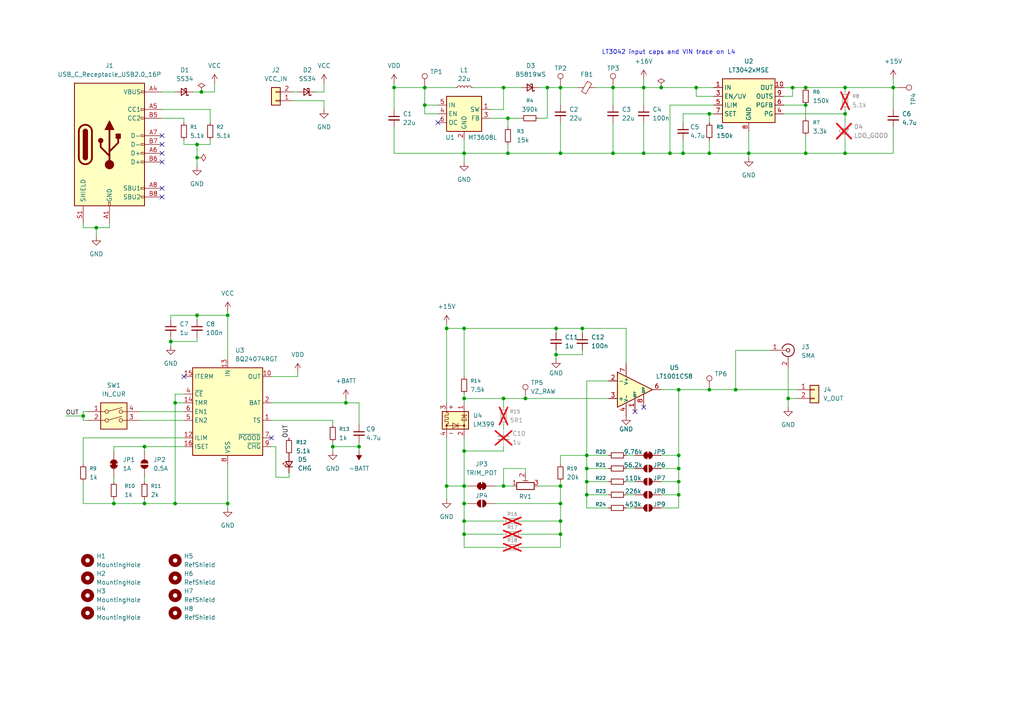
<source format=kicad_sch>
(kicad_sch
	(version 20250114)
	(generator "eeschema")
	(generator_version "9.0")
	(uuid "40d689c8-3e12-43dc-a795-c564ff8f7e42")
	(paper "A4")
	
	(text "LT3042 input caps and VIN trace on L4"
		(exclude_from_sim no)
		(at 174.498 15.24 0)
		(effects
			(font
				(size 1.27 1.27)
			)
			(justify left)
		)
		(uuid "668dc8bc-5a40-4266-a915-f8d278505279")
	)
	(junction
		(at 49.53 99.06)
		(diameter 0)
		(color 0 0 0 0)
		(uuid "014739f6-0175-41ca-bd20-19f5eeffa10b")
	)
	(junction
		(at 57.15 91.44)
		(diameter 0)
		(color 0 0 0 0)
		(uuid "084d00ae-b643-403d-ad98-6861c3e1bdd0")
	)
	(junction
		(at 57.15 45.72)
		(diameter 0)
		(color 0 0 0 0)
		(uuid "179093de-c087-4918-80e9-06c902efb5ae")
	)
	(junction
		(at 50.8 116.84)
		(diameter 0)
		(color 0 0 0 0)
		(uuid "1ad379f5-e8e0-47b9-b20e-dd349f9fb133")
	)
	(junction
		(at 146.05 140.97)
		(diameter 0)
		(color 0 0 0 0)
		(uuid "1c71b041-7b0b-465d-8858-92c7ba9d0f33")
	)
	(junction
		(at 104.14 129.54)
		(diameter 0)
		(color 0 0 0 0)
		(uuid "1d0f0be0-dddc-4d29-9bce-a5161b18d390")
	)
	(junction
		(at 123.19 30.48)
		(diameter 0)
		(color 0 0 0 0)
		(uuid "1ec4a55f-2ebe-408b-a5aa-7cb7e1d0fa18")
	)
	(junction
		(at 146.05 25.4)
		(diameter 0)
		(color 0 0 0 0)
		(uuid "1f69592f-d4a5-4f57-8065-c5076cb1f970")
	)
	(junction
		(at 134.62 115.57)
		(diameter 0)
		(color 0 0 0 0)
		(uuid "2de910b9-163d-4ecc-9c11-3bb1db0157b2")
	)
	(junction
		(at 114.3 25.4)
		(diameter 0)
		(color 0 0 0 0)
		(uuid "2e8535e0-5658-43d8-974a-9ef74ea29ed0")
	)
	(junction
		(at 213.36 113.03)
		(diameter 0)
		(color 0 0 0 0)
		(uuid "38d4ab8a-4916-4e56-9fcd-8e6985e62223")
	)
	(junction
		(at 41.91 129.54)
		(diameter 0)
		(color 0 0 0 0)
		(uuid "39568e96-ec88-4f25-8ae9-c9e821474cc2")
	)
	(junction
		(at 196.85 139.7)
		(diameter 0)
		(color 0 0 0 0)
		(uuid "398d0644-96d5-4f15-8560-a95910d59ad8")
	)
	(junction
		(at 162.56 25.4)
		(diameter 0)
		(color 0 0 0 0)
		(uuid "39b0be07-2b93-416c-aaf6-eb8821af8e69")
	)
	(junction
		(at 186.69 25.4)
		(diameter 0)
		(color 0 0 0 0)
		(uuid "3edb1da0-c947-4036-b072-545b2efcac40")
	)
	(junction
		(at 201.93 25.4)
		(diameter 0)
		(color 0 0 0 0)
		(uuid "4049960a-07d7-4dd6-890b-a4c68fc24466")
	)
	(junction
		(at 245.11 25.4)
		(diameter 0)
		(color 0 0 0 0)
		(uuid "424ed2ff-e5c5-4770-b629-04bc4e51444a")
	)
	(junction
		(at 170.18 143.51)
		(diameter 0)
		(color 0 0 0 0)
		(uuid "42f9b3dd-028c-43d9-97f1-136817ae9cd9")
	)
	(junction
		(at 161.29 102.87)
		(diameter 0)
		(color 0 0 0 0)
		(uuid "471e1703-4a0e-40a3-9174-8c2e2f6ae7cf")
	)
	(junction
		(at 205.74 33.02)
		(diameter 0)
		(color 0 0 0 0)
		(uuid "489e03ce-02bf-4692-8248-10ea64bd778f")
	)
	(junction
		(at 162.56 44.45)
		(diameter 0)
		(color 0 0 0 0)
		(uuid "4ce1de43-f023-41da-8576-0730c8b84f7a")
	)
	(junction
		(at 196.85 132.08)
		(diameter 0)
		(color 0 0 0 0)
		(uuid "4f467b31-3735-4fbb-8c3b-2b6489eb5926")
	)
	(junction
		(at 177.8 25.4)
		(diameter 0)
		(color 0 0 0 0)
		(uuid "500f32d5-cea4-4955-b47a-599f97d48b9a")
	)
	(junction
		(at 205.74 113.03)
		(diameter 0)
		(color 0 0 0 0)
		(uuid "50f17047-aaa7-40cb-82c0-07ae8132897c")
	)
	(junction
		(at 41.91 146.05)
		(diameter 0)
		(color 0 0 0 0)
		(uuid "54011e98-a7c0-49fd-8749-c525eea84ac4")
	)
	(junction
		(at 259.08 25.4)
		(diameter 0)
		(color 0 0 0 0)
		(uuid "5c9d3d6b-a7be-4f5c-b42e-7e4db7212d6f")
	)
	(junction
		(at 168.91 95.25)
		(diameter 0)
		(color 0 0 0 0)
		(uuid "5fb977a9-77d5-4240-ba6f-4527d3ff3c7d")
	)
	(junction
		(at 198.12 44.45)
		(diameter 0)
		(color 0 0 0 0)
		(uuid "61fda276-8f90-4f94-b143-015848df1754")
	)
	(junction
		(at 162.56 154.94)
		(diameter 0)
		(color 0 0 0 0)
		(uuid "63aecf52-db4c-4afc-82b0-ae8ef3c20144")
	)
	(junction
		(at 196.85 113.03)
		(diameter 0)
		(color 0 0 0 0)
		(uuid "6ccb8b20-8b7d-4f44-bab7-cb00baa501c0")
	)
	(junction
		(at 170.18 135.89)
		(diameter 0)
		(color 0 0 0 0)
		(uuid "6db70806-faa2-4c38-9327-b7979c347a69")
	)
	(junction
		(at 170.18 139.7)
		(diameter 0)
		(color 0 0 0 0)
		(uuid "72b40464-c649-4bd0-aa0a-bba8afed36f5")
	)
	(junction
		(at 134.62 44.45)
		(diameter 0)
		(color 0 0 0 0)
		(uuid "7422c8fc-f681-46fd-a058-a2714686be94")
	)
	(junction
		(at 123.19 25.4)
		(diameter 0)
		(color 0 0 0 0)
		(uuid "788d1c41-967e-479d-8682-48c2eaee450b")
	)
	(junction
		(at 33.02 146.05)
		(diameter 0)
		(color 0 0 0 0)
		(uuid "789e6dc3-6639-4dfc-a11b-af17cfe765c6")
	)
	(junction
		(at 177.8 44.45)
		(diameter 0)
		(color 0 0 0 0)
		(uuid "7f7ceb28-463d-403e-bb2b-e9c754c6b01c")
	)
	(junction
		(at 186.69 44.45)
		(diameter 0)
		(color 0 0 0 0)
		(uuid "8e60d5d4-6cf2-46dc-800d-b5f4be443fb6")
	)
	(junction
		(at 58.42 26.67)
		(diameter 0)
		(color 0 0 0 0)
		(uuid "95068109-ae60-4596-847e-c5d21cf700f3")
	)
	(junction
		(at 66.04 146.05)
		(diameter 0)
		(color 0 0 0 0)
		(uuid "9809bb76-c78d-4e04-8c7d-91094fb16a6f")
	)
	(junction
		(at 134.62 140.97)
		(diameter 0)
		(color 0 0 0 0)
		(uuid "9e44fabc-cafd-439c-b14d-8ebe9c9b702a")
	)
	(junction
		(at 134.62 95.25)
		(diameter 0)
		(color 0 0 0 0)
		(uuid "a0c7a5c6-ce13-4727-b27f-435795055c9f")
	)
	(junction
		(at 196.85 143.51)
		(diameter 0)
		(color 0 0 0 0)
		(uuid "a5669d46-4ea2-4123-aadb-5c44ffe664ae")
	)
	(junction
		(at 129.54 140.97)
		(diameter 0)
		(color 0 0 0 0)
		(uuid "a9a4c45e-32dc-4fab-9909-958d01540a00")
	)
	(junction
		(at 129.54 95.25)
		(diameter 0)
		(color 0 0 0 0)
		(uuid "ab399757-8681-4e7f-9205-4544c4c5f402")
	)
	(junction
		(at 134.62 146.05)
		(diameter 0)
		(color 0 0 0 0)
		(uuid "ad2729b3-9b5e-49ae-97b9-af4f4b261f34")
	)
	(junction
		(at 233.68 30.48)
		(diameter 0)
		(color 0 0 0 0)
		(uuid "b82ede53-90ed-48d1-bea9-4104f379afc5")
	)
	(junction
		(at 134.62 130.81)
		(diameter 0)
		(color 0 0 0 0)
		(uuid "ba055c06-dcba-4b9a-aa5f-e9cb3c1351dd")
	)
	(junction
		(at 134.62 154.94)
		(diameter 0)
		(color 0 0 0 0)
		(uuid "c005f72b-ea33-49e6-a269-71f139290428")
	)
	(junction
		(at 147.32 44.45)
		(diameter 0)
		(color 0 0 0 0)
		(uuid "c2a959d5-b238-4b84-a15a-acb315cd15cc")
	)
	(junction
		(at 196.85 135.89)
		(diameter 0)
		(color 0 0 0 0)
		(uuid "c605e4f3-78bf-42e5-937f-4f8193be3595")
	)
	(junction
		(at 229.87 25.4)
		(diameter 0)
		(color 0 0 0 0)
		(uuid "c67d1f79-37e6-4f72-af4b-5cf950baacfa")
	)
	(junction
		(at 100.33 116.84)
		(diameter 0)
		(color 0 0 0 0)
		(uuid "c6f4c636-6e2f-43f1-84e8-8ae9db8282e8")
	)
	(junction
		(at 158.75 25.4)
		(diameter 0)
		(color 0 0 0 0)
		(uuid "c833f550-0573-4880-86f0-9e295e939892")
	)
	(junction
		(at 147.32 34.29)
		(diameter 0)
		(color 0 0 0 0)
		(uuid "c94d0cc9-6bc1-4754-bd28-65de53e10426")
	)
	(junction
		(at 205.74 44.45)
		(diameter 0)
		(color 0 0 0 0)
		(uuid "cf41cdf7-fde7-432f-99eb-16323cc55702")
	)
	(junction
		(at 162.56 151.13)
		(diameter 0)
		(color 0 0 0 0)
		(uuid "cfa1b7ef-057d-4c45-81d5-6d67a64d5645")
	)
	(junction
		(at 233.68 44.45)
		(diameter 0)
		(color 0 0 0 0)
		(uuid "d2ac517b-e4d1-451b-88d6-ce79ab342103")
	)
	(junction
		(at 170.18 132.08)
		(diameter 0)
		(color 0 0 0 0)
		(uuid "d389412d-44a5-4412-8ce4-580253783f8e")
	)
	(junction
		(at 57.15 41.91)
		(diameter 0)
		(color 0 0 0 0)
		(uuid "d48daa3f-b6ad-4771-b5e8-58d8cb01f2d5")
	)
	(junction
		(at 191.77 25.4)
		(diameter 0)
		(color 0 0 0 0)
		(uuid "d730ba73-66bb-4a3b-b4ce-ff63e1fe34cc")
	)
	(junction
		(at 96.52 129.54)
		(diameter 0)
		(color 0 0 0 0)
		(uuid "d7e661ba-9a97-4684-a71a-36967293f17b")
	)
	(junction
		(at 245.11 44.45)
		(diameter 0)
		(color 0 0 0 0)
		(uuid "d9fb22a0-b980-4cca-9e44-4b65bf43a1bd")
	)
	(junction
		(at 162.56 140.97)
		(diameter 0)
		(color 0 0 0 0)
		(uuid "dac70e15-0258-4b22-afe9-a468a9a0852d")
	)
	(junction
		(at 146.05 115.57)
		(diameter 0)
		(color 0 0 0 0)
		(uuid "dddb2ce7-32ce-459b-bdd6-1c1e71e12a65")
	)
	(junction
		(at 134.62 151.13)
		(diameter 0)
		(color 0 0 0 0)
		(uuid "e10a54d8-01ae-4f4f-afb7-4caef7bf54b0")
	)
	(junction
		(at 152.4 115.57)
		(diameter 0)
		(color 0 0 0 0)
		(uuid "e21d11a5-c3eb-4f94-b961-7a035f1b8129")
	)
	(junction
		(at 228.6 115.57)
		(diameter 0)
		(color 0 0 0 0)
		(uuid "e26f6635-c464-49e3-a6f6-6ac91aa9ce0c")
	)
	(junction
		(at 50.8 146.05)
		(diameter 0)
		(color 0 0 0 0)
		(uuid "e55069ca-e2d5-4bff-ae81-96a8085d85a0")
	)
	(junction
		(at 217.17 44.45)
		(diameter 0)
		(color 0 0 0 0)
		(uuid "e754bd3d-9ace-4913-a67d-da5071b901c8")
	)
	(junction
		(at 66.04 91.44)
		(diameter 0)
		(color 0 0 0 0)
		(uuid "e99bd449-aeec-4694-b526-8e54bf51b7ee")
	)
	(junction
		(at 233.68 25.4)
		(diameter 0)
		(color 0 0 0 0)
		(uuid "ea9ec552-48b1-4162-9adb-202d6bd9a8db")
	)
	(junction
		(at 161.29 95.25)
		(diameter 0)
		(color 0 0 0 0)
		(uuid "ee11cb70-fe3c-4bbe-82d6-a97a1765daa8")
	)
	(junction
		(at 162.56 146.05)
		(diameter 0)
		(color 0 0 0 0)
		(uuid "f08c7d58-f24a-4283-8e5c-a7c2240a170f")
	)
	(junction
		(at 245.11 33.02)
		(diameter 0)
		(color 0 0 0 0)
		(uuid "f20369fc-afb2-4ef0-9153-8d63cde710f5")
	)
	(junction
		(at 194.31 44.45)
		(diameter 0)
		(color 0 0 0 0)
		(uuid "f679b8e7-6f13-4987-95f3-ac4aa8091e54")
	)
	(junction
		(at 24.13 120.65)
		(diameter 0)
		(color 0 0 0 0)
		(uuid "f68d25e4-829f-4fb1-b3d0-70bf3f04f78f")
	)
	(junction
		(at 27.94 66.04)
		(diameter 0)
		(color 0 0 0 0)
		(uuid "f9645379-6af6-49d2-a4ef-f266a7fdebc0")
	)
	(no_connect
		(at 46.99 54.61)
		(uuid "00fce185-45f6-44dc-8d67-f53adbec9c98")
	)
	(no_connect
		(at 46.99 39.37)
		(uuid "40735f8c-bc42-490c-99d6-c49204c60540")
	)
	(no_connect
		(at 127 35.56)
		(uuid "5125df8f-7879-4e7b-b701-1ffec570c459")
	)
	(no_connect
		(at 46.99 57.15)
		(uuid "764138aa-881b-4abd-92c8-bf27014ed9d6")
	)
	(no_connect
		(at 184.15 119.38)
		(uuid "84ae1687-1c5d-4f37-8796-5bee11093804")
	)
	(no_connect
		(at 46.99 44.45)
		(uuid "8cf58920-3770-4970-847e-c6e1979ca39a")
	)
	(no_connect
		(at 46.99 41.91)
		(uuid "9531c971-7e8f-4638-9b92-70caca6339ed")
	)
	(no_connect
		(at 46.99 46.99)
		(uuid "962d3918-6111-4d85-9fa0-b7e26d96a7b6")
	)
	(no_connect
		(at 186.69 118.11)
		(uuid "bc6b02f0-801e-4c75-b37d-c3c396134dfd")
	)
	(no_connect
		(at 78.74 127)
		(uuid "da4ce5cb-adcc-48a7-8aac-3e5083a20b53")
	)
	(no_connect
		(at 53.34 109.22)
		(uuid "f34f8a90-8540-4fbb-a1f1-c124feaa8440")
	)
	(wire
		(pts
			(xy 162.56 35.56) (xy 162.56 44.45)
		)
		(stroke
			(width 0)
			(type default)
		)
		(uuid "009cf117-e23f-4c7e-941b-7fc9defab4d2")
	)
	(wire
		(pts
			(xy 137.16 25.4) (xy 146.05 25.4)
		)
		(stroke
			(width 0)
			(type default)
		)
		(uuid "00a482bc-8f5d-4ef8-a66f-26b1cd1b8f74")
	)
	(wire
		(pts
			(xy 217.17 45.72) (xy 217.17 44.45)
		)
		(stroke
			(width 0)
			(type default)
		)
		(uuid "010891a6-f210-41e1-891e-5759cf88726e")
	)
	(wire
		(pts
			(xy 170.18 110.49) (xy 170.18 132.08)
		)
		(stroke
			(width 0)
			(type default)
		)
		(uuid "01933143-85f6-4e79-acb4-f564075a7bf8")
	)
	(wire
		(pts
			(xy 49.53 91.44) (xy 57.15 91.44)
		)
		(stroke
			(width 0)
			(type default)
		)
		(uuid "04882085-6669-4099-ad75-af177a9df89e")
	)
	(wire
		(pts
			(xy 78.74 116.84) (xy 100.33 116.84)
		)
		(stroke
			(width 0)
			(type default)
		)
		(uuid "04fa152d-19c8-4b42-af26-0e72ea15f382")
	)
	(wire
		(pts
			(xy 233.68 25.4) (xy 245.11 25.4)
		)
		(stroke
			(width 0)
			(type default)
		)
		(uuid "059e4983-0ede-4d54-bc2b-e3fa91c73873")
	)
	(wire
		(pts
			(xy 57.15 91.44) (xy 66.04 91.44)
		)
		(stroke
			(width 0)
			(type default)
		)
		(uuid "05d3238f-8343-424d-b37a-61f2392d6d56")
	)
	(wire
		(pts
			(xy 24.13 139.7) (xy 24.13 146.05)
		)
		(stroke
			(width 0)
			(type default)
		)
		(uuid "05d7a5bd-e704-42c0-a391-63530e9f2aa5")
	)
	(wire
		(pts
			(xy 147.32 34.29) (xy 151.13 34.29)
		)
		(stroke
			(width 0)
			(type default)
		)
		(uuid "065eeaa4-4cef-4673-aae3-74577ac437e7")
	)
	(wire
		(pts
			(xy 191.77 139.7) (xy 196.85 139.7)
		)
		(stroke
			(width 0)
			(type default)
		)
		(uuid "078a2c77-c3c1-42b2-8803-1845912131b6")
	)
	(wire
		(pts
			(xy 127 30.48) (xy 123.19 30.48)
		)
		(stroke
			(width 0)
			(type default)
		)
		(uuid "08ebfeb5-1794-40d5-907d-6250f284a813")
	)
	(wire
		(pts
			(xy 57.15 45.72) (xy 57.15 48.26)
		)
		(stroke
			(width 0)
			(type default)
		)
		(uuid "0a2c1a87-6c02-4e0f-96d0-7cbc52cd4ce0")
	)
	(wire
		(pts
			(xy 207.01 33.02) (xy 205.74 33.02)
		)
		(stroke
			(width 0)
			(type default)
		)
		(uuid "0bb646a8-2402-4c76-a9b1-0c292dd707b9")
	)
	(wire
		(pts
			(xy 129.54 144.78) (xy 129.54 140.97)
		)
		(stroke
			(width 0)
			(type default)
		)
		(uuid "0d7a5c4b-f308-4440-895b-558aab6c6473")
	)
	(wire
		(pts
			(xy 227.33 33.02) (xy 245.11 33.02)
		)
		(stroke
			(width 0)
			(type default)
		)
		(uuid "0ef7f11f-f97a-45dc-a043-68aad90a5c34")
	)
	(wire
		(pts
			(xy 40.64 121.92) (xy 53.34 121.92)
		)
		(stroke
			(width 0)
			(type default)
		)
		(uuid "105e95df-bcae-487e-9034-3d6549cc9eb9")
	)
	(wire
		(pts
			(xy 53.34 41.91) (xy 57.15 41.91)
		)
		(stroke
			(width 0)
			(type default)
		)
		(uuid "13cd188a-49b2-4b7d-bee6-491eb7f2b6e7")
	)
	(wire
		(pts
			(xy 33.02 139.7) (xy 33.02 138.43)
		)
		(stroke
			(width 0)
			(type default)
		)
		(uuid "13d25d58-e376-4d2d-af25-d54f1453a54f")
	)
	(wire
		(pts
			(xy 41.91 146.05) (xy 50.8 146.05)
		)
		(stroke
			(width 0)
			(type default)
		)
		(uuid "16d485f8-15e0-4451-b0b8-a487a8f199e0")
	)
	(wire
		(pts
			(xy 24.13 64.77) (xy 24.13 66.04)
		)
		(stroke
			(width 0)
			(type default)
		)
		(uuid "16d4988b-9720-4879-a5e3-48a43a82536b")
	)
	(wire
		(pts
			(xy 191.77 113.03) (xy 196.85 113.03)
		)
		(stroke
			(width 0)
			(type default)
		)
		(uuid "171c8063-85ee-4d75-a5cc-612eb1886925")
	)
	(wire
		(pts
			(xy 41.91 129.54) (xy 41.91 130.81)
		)
		(stroke
			(width 0)
			(type default)
		)
		(uuid "188e5cba-878c-4f7b-9ce5-119cfaf1630f")
	)
	(wire
		(pts
			(xy 19.05 120.65) (xy 24.13 120.65)
		)
		(stroke
			(width 0)
			(type default)
		)
		(uuid "1904d3ed-46b2-47bd-b934-953ec07ed735")
	)
	(wire
		(pts
			(xy 198.12 33.02) (xy 205.74 33.02)
		)
		(stroke
			(width 0)
			(type default)
		)
		(uuid "199c624f-3c6f-4e79-bb34-58a98ed10569")
	)
	(wire
		(pts
			(xy 123.19 25.4) (xy 132.08 25.4)
		)
		(stroke
			(width 0)
			(type default)
		)
		(uuid "19d378e1-f23a-4fff-a5e2-9f25fc4b09da")
	)
	(wire
		(pts
			(xy 181.61 139.7) (xy 184.15 139.7)
		)
		(stroke
			(width 0)
			(type default)
		)
		(uuid "19f8b8a2-8700-4c2e-bd87-d805a72623df")
	)
	(wire
		(pts
			(xy 134.62 140.97) (xy 129.54 140.97)
		)
		(stroke
			(width 0)
			(type default)
		)
		(uuid "1f6b7f50-7cac-4efe-bf5e-2fbe8cb32862")
	)
	(wire
		(pts
			(xy 205.74 44.45) (xy 217.17 44.45)
		)
		(stroke
			(width 0)
			(type default)
		)
		(uuid "20ba5ca5-5cb1-41dc-8a80-142b54421ef1")
	)
	(wire
		(pts
			(xy 53.34 34.29) (xy 53.34 35.56)
		)
		(stroke
			(width 0)
			(type default)
		)
		(uuid "20bf125f-548b-4802-89a3-1a69ba065856")
	)
	(wire
		(pts
			(xy 55.88 26.67) (xy 58.42 26.67)
		)
		(stroke
			(width 0)
			(type default)
		)
		(uuid "247eebe6-bf9c-4ef9-b219-b6da1e38bc62")
	)
	(wire
		(pts
			(xy 231.14 115.57) (xy 228.6 115.57)
		)
		(stroke
			(width 0)
			(type default)
		)
		(uuid "2510964e-ab80-42e5-8c03-fe41ed715eb0")
	)
	(wire
		(pts
			(xy 142.24 34.29) (xy 147.32 34.29)
		)
		(stroke
			(width 0)
			(type default)
		)
		(uuid "2540705c-da55-4118-858f-3f59ccdf842b")
	)
	(wire
		(pts
			(xy 129.54 95.25) (xy 129.54 116.84)
		)
		(stroke
			(width 0)
			(type default)
		)
		(uuid "25dc6062-684f-4c7f-9510-186ea4871615")
	)
	(wire
		(pts
			(xy 33.02 129.54) (xy 41.91 129.54)
		)
		(stroke
			(width 0)
			(type default)
		)
		(uuid "28b25e64-526c-4839-8b1e-cf6406197590")
	)
	(wire
		(pts
			(xy 53.34 127) (xy 24.13 127)
		)
		(stroke
			(width 0)
			(type default)
		)
		(uuid "2d99f716-c68f-457f-88cb-8e60a0d3ad98")
	)
	(wire
		(pts
			(xy 134.62 130.81) (xy 134.62 140.97)
		)
		(stroke
			(width 0)
			(type default)
		)
		(uuid "2e091ef1-5553-4392-9c0b-68b197fb07f1")
	)
	(wire
		(pts
			(xy 181.61 135.89) (xy 184.15 135.89)
		)
		(stroke
			(width 0)
			(type default)
		)
		(uuid "2eac281a-fbb9-4e96-b4de-065e2257f64c")
	)
	(wire
		(pts
			(xy 168.91 102.87) (xy 161.29 102.87)
		)
		(stroke
			(width 0)
			(type default)
		)
		(uuid "2ef7ac94-1fcc-4d74-9b11-9aab61837503")
	)
	(wire
		(pts
			(xy 213.36 101.6) (xy 223.52 101.6)
		)
		(stroke
			(width 0)
			(type default)
		)
		(uuid "2f55b7ee-fcd1-4572-ab1a-c926acb44888")
	)
	(wire
		(pts
			(xy 24.13 127) (xy 24.13 134.62)
		)
		(stroke
			(width 0)
			(type default)
		)
		(uuid "2f65ebdd-f06c-4012-99a1-b8b2542567ab")
	)
	(wire
		(pts
			(xy 143.51 140.97) (xy 146.05 140.97)
		)
		(stroke
			(width 0)
			(type default)
		)
		(uuid "31022717-ef90-4c22-b8e6-366ef1d2a4c7")
	)
	(wire
		(pts
			(xy 41.91 144.78) (xy 41.91 146.05)
		)
		(stroke
			(width 0)
			(type default)
		)
		(uuid "31e8f257-c0ab-428f-be9b-3c24ed85feb0")
	)
	(wire
		(pts
			(xy 60.96 41.91) (xy 57.15 41.91)
		)
		(stroke
			(width 0)
			(type default)
		)
		(uuid "31f9cbef-bcf3-4cb3-ac89-9779cd964400")
	)
	(wire
		(pts
			(xy 114.3 36.83) (xy 114.3 44.45)
		)
		(stroke
			(width 0)
			(type default)
		)
		(uuid "332325e5-bb8d-47ba-911d-25d790faddbe")
	)
	(wire
		(pts
			(xy 24.13 146.05) (xy 33.02 146.05)
		)
		(stroke
			(width 0)
			(type default)
		)
		(uuid "3353e458-7454-4f2e-99c4-1c10c7d89cd2")
	)
	(wire
		(pts
			(xy 93.98 26.67) (xy 91.44 26.67)
		)
		(stroke
			(width 0)
			(type default)
		)
		(uuid "342603c2-6e60-4ba0-ba2a-c3e75a44b192")
	)
	(wire
		(pts
			(xy 245.11 33.02) (xy 245.11 31.75)
		)
		(stroke
			(width 0)
			(type default)
		)
		(uuid "344520f7-23c7-4c0f-bc4c-bc4220e1d1ba")
	)
	(wire
		(pts
			(xy 86.36 109.22) (xy 78.74 109.22)
		)
		(stroke
			(width 0)
			(type default)
		)
		(uuid "3562d9a0-d830-4d28-98da-899dcf2802c4")
	)
	(wire
		(pts
			(xy 229.87 27.94) (xy 229.87 25.4)
		)
		(stroke
			(width 0)
			(type default)
		)
		(uuid "379d0f5a-fe1d-4a06-82f8-5ed3b01654d8")
	)
	(wire
		(pts
			(xy 104.14 129.54) (xy 104.14 130.81)
		)
		(stroke
			(width 0)
			(type default)
		)
		(uuid "396a2fb8-96bc-4df7-ab52-123670a3d37f")
	)
	(wire
		(pts
			(xy 151.13 154.94) (xy 162.56 154.94)
		)
		(stroke
			(width 0)
			(type default)
		)
		(uuid "3ba9d612-6548-4f14-ae1b-48da54b547f2")
	)
	(wire
		(pts
			(xy 33.02 130.81) (xy 33.02 129.54)
		)
		(stroke
			(width 0)
			(type default)
		)
		(uuid "3c5f744d-d225-462d-8645-78c64c2701c8")
	)
	(wire
		(pts
			(xy 194.31 44.45) (xy 198.12 44.45)
		)
		(stroke
			(width 0)
			(type default)
		)
		(uuid "3d5996b2-b551-474e-8603-efd9ed402d36")
	)
	(wire
		(pts
			(xy 177.8 25.4) (xy 186.69 25.4)
		)
		(stroke
			(width 0)
			(type default)
		)
		(uuid "3f528c56-7f2f-47f8-8b49-541802042725")
	)
	(wire
		(pts
			(xy 168.91 95.25) (xy 181.61 95.25)
		)
		(stroke
			(width 0)
			(type default)
		)
		(uuid "404afe38-7ee8-4659-b529-c5c02e9e0a7f")
	)
	(wire
		(pts
			(xy 170.18 139.7) (xy 170.18 143.51)
		)
		(stroke
			(width 0)
			(type default)
		)
		(uuid "408bd018-83bd-48e6-af17-9ee0ee6b00d8")
	)
	(wire
		(pts
			(xy 162.56 44.45) (xy 177.8 44.45)
		)
		(stroke
			(width 0)
			(type default)
		)
		(uuid "40e07c41-5070-4556-ab90-8175c8cc3c52")
	)
	(wire
		(pts
			(xy 191.77 132.08) (xy 196.85 132.08)
		)
		(stroke
			(width 0)
			(type default)
		)
		(uuid "42bd10d2-e29f-4621-940b-498da865b60b")
	)
	(wire
		(pts
			(xy 146.05 140.97) (xy 148.59 140.97)
		)
		(stroke
			(width 0)
			(type default)
		)
		(uuid "43f8d877-8aab-48b2-bb38-c52ffb0042b8")
	)
	(wire
		(pts
			(xy 162.56 25.4) (xy 167.64 25.4)
		)
		(stroke
			(width 0)
			(type default)
		)
		(uuid "45b3c492-da72-4f11-9ec9-9180d04f9386")
	)
	(wire
		(pts
			(xy 146.05 135.89) (xy 146.05 140.97)
		)
		(stroke
			(width 0)
			(type default)
		)
		(uuid "48ccbded-eadd-4925-bdc0-54524b005e47")
	)
	(wire
		(pts
			(xy 80.01 138.43) (xy 83.82 138.43)
		)
		(stroke
			(width 0)
			(type default)
		)
		(uuid "4a44b450-0472-44f4-940a-aa1fa5d6b3bf")
	)
	(wire
		(pts
			(xy 134.62 109.22) (xy 134.62 95.25)
		)
		(stroke
			(width 0)
			(type default)
		)
		(uuid "4c043a9e-58c4-49fc-982f-80e94b504d75")
	)
	(wire
		(pts
			(xy 233.68 30.48) (xy 233.68 34.29)
		)
		(stroke
			(width 0)
			(type default)
		)
		(uuid "4d18fc26-cfba-451e-8805-dadc7e0299ea")
	)
	(wire
		(pts
			(xy 123.19 33.02) (xy 123.19 30.48)
		)
		(stroke
			(width 0)
			(type default)
		)
		(uuid "4d903c91-aa76-4324-b56e-fe94d15bf699")
	)
	(wire
		(pts
			(xy 25.4 119.38) (xy 24.13 119.38)
		)
		(stroke
			(width 0)
			(type default)
		)
		(uuid "4dfd4d07-2e5b-48c3-8326-bc811329ff49")
	)
	(wire
		(pts
			(xy 198.12 40.64) (xy 198.12 44.45)
		)
		(stroke
			(width 0)
			(type default)
		)
		(uuid "4eab573d-d80a-41ca-ab7e-fd96be4565e6")
	)
	(wire
		(pts
			(xy 151.13 158.75) (xy 162.56 158.75)
		)
		(stroke
			(width 0)
			(type default)
		)
		(uuid "4fba89bc-a145-456a-8978-2d17e29951db")
	)
	(wire
		(pts
			(xy 134.62 158.75) (xy 146.05 158.75)
		)
		(stroke
			(width 0)
			(type default)
		)
		(uuid "5086f410-0c90-4cee-8cc1-12cb48b595cb")
	)
	(wire
		(pts
			(xy 191.77 143.51) (xy 196.85 143.51)
		)
		(stroke
			(width 0)
			(type default)
		)
		(uuid "51d0783c-8331-4018-931e-25188f447895")
	)
	(wire
		(pts
			(xy 49.53 97.79) (xy 49.53 99.06)
		)
		(stroke
			(width 0)
			(type default)
		)
		(uuid "522058c2-78cf-4b65-93c9-f3e04d9606e0")
	)
	(wire
		(pts
			(xy 60.96 40.64) (xy 60.96 41.91)
		)
		(stroke
			(width 0)
			(type default)
		)
		(uuid "54a4b250-9ea5-4ac2-a8d9-039daf449b16")
	)
	(wire
		(pts
			(xy 129.54 93.98) (xy 129.54 95.25)
		)
		(stroke
			(width 0)
			(type default)
		)
		(uuid "54b63162-c4bc-4607-ba0a-d16eaf773191")
	)
	(wire
		(pts
			(xy 198.12 35.56) (xy 198.12 33.02)
		)
		(stroke
			(width 0)
			(type default)
		)
		(uuid "551208c9-2c58-4993-809a-7b6a00fdb621")
	)
	(wire
		(pts
			(xy 24.13 119.38) (xy 24.13 120.65)
		)
		(stroke
			(width 0)
			(type default)
		)
		(uuid "575524d1-92e6-428e-b6f1-609e20610e3d")
	)
	(wire
		(pts
			(xy 147.32 34.29) (xy 147.32 36.83)
		)
		(stroke
			(width 0)
			(type default)
		)
		(uuid "576c4b57-e629-42f1-92db-7d3300c04d6e")
	)
	(wire
		(pts
			(xy 49.53 92.71) (xy 49.53 91.44)
		)
		(stroke
			(width 0)
			(type default)
		)
		(uuid "58bfbe64-60fb-4a37-8d50-77a6a5a3962a")
	)
	(wire
		(pts
			(xy 201.93 25.4) (xy 207.01 25.4)
		)
		(stroke
			(width 0)
			(type default)
		)
		(uuid "58fb57a1-fcda-44fb-a99c-9cd84c6ed76b")
	)
	(wire
		(pts
			(xy 162.56 132.08) (xy 170.18 132.08)
		)
		(stroke
			(width 0)
			(type default)
		)
		(uuid "59634e04-b3ea-4ec4-8cc1-8c951c2b937d")
	)
	(wire
		(pts
			(xy 259.08 44.45) (xy 245.11 44.45)
		)
		(stroke
			(width 0)
			(type default)
		)
		(uuid "5baa7d26-455a-4e9e-befe-2b2bba9bdcff")
	)
	(wire
		(pts
			(xy 152.4 137.16) (xy 152.4 135.89)
		)
		(stroke
			(width 0)
			(type default)
		)
		(uuid "5be3df5b-fc75-4bd4-a547-107f017e44b8")
	)
	(wire
		(pts
			(xy 259.08 22.86) (xy 259.08 25.4)
		)
		(stroke
			(width 0)
			(type default)
		)
		(uuid "5d4d4858-854d-4c41-bc7d-8bacbde381d8")
	)
	(wire
		(pts
			(xy 259.08 36.83) (xy 259.08 44.45)
		)
		(stroke
			(width 0)
			(type default)
		)
		(uuid "5df9125d-a323-4ce0-8fed-6862f201d507")
	)
	(wire
		(pts
			(xy 186.69 30.48) (xy 186.69 25.4)
		)
		(stroke
			(width 0)
			(type default)
		)
		(uuid "5e074fc3-ddd1-44d6-bc0b-0f27da732381")
	)
	(wire
		(pts
			(xy 172.72 25.4) (xy 177.8 25.4)
		)
		(stroke
			(width 0)
			(type default)
		)
		(uuid "5f73b8ff-9eb2-4ac5-8731-b77ba8ca8e88")
	)
	(wire
		(pts
			(xy 147.32 44.45) (xy 134.62 44.45)
		)
		(stroke
			(width 0)
			(type default)
		)
		(uuid "5f7cb855-db42-4a50-8990-bbed32260cf4")
	)
	(wire
		(pts
			(xy 78.74 121.92) (xy 96.52 121.92)
		)
		(stroke
			(width 0)
			(type default)
		)
		(uuid "60ccd6cf-8b23-4206-9077-0f9338554bef")
	)
	(wire
		(pts
			(xy 158.75 25.4) (xy 162.56 25.4)
		)
		(stroke
			(width 0)
			(type default)
		)
		(uuid "625c023b-d8e8-46da-9c50-77eb8058f34b")
	)
	(wire
		(pts
			(xy 24.13 66.04) (xy 27.94 66.04)
		)
		(stroke
			(width 0)
			(type default)
		)
		(uuid "628cd159-2bf7-47c4-ab84-73771559db93")
	)
	(wire
		(pts
			(xy 57.15 97.79) (xy 57.15 99.06)
		)
		(stroke
			(width 0)
			(type default)
		)
		(uuid "62d31b25-510f-4b28-a269-a0936d6dd762")
	)
	(wire
		(pts
			(xy 57.15 99.06) (xy 49.53 99.06)
		)
		(stroke
			(width 0)
			(type default)
		)
		(uuid "63099b8e-37c3-41af-b05b-a22ff875bca8")
	)
	(wire
		(pts
			(xy 191.77 135.89) (xy 196.85 135.89)
		)
		(stroke
			(width 0)
			(type default)
		)
		(uuid "6384cfa9-d60a-4527-beb1-5a4427d85e50")
	)
	(wire
		(pts
			(xy 31.75 66.04) (xy 27.94 66.04)
		)
		(stroke
			(width 0)
			(type default)
		)
		(uuid "63999278-6b9c-49ec-9880-a302dea1f615")
	)
	(wire
		(pts
			(xy 162.56 140.97) (xy 156.21 140.97)
		)
		(stroke
			(width 0)
			(type default)
		)
		(uuid "64758e4e-6170-4d9c-ab1a-e058514208d8")
	)
	(wire
		(pts
			(xy 104.14 116.84) (xy 100.33 116.84)
		)
		(stroke
			(width 0)
			(type default)
		)
		(uuid "65edb0ad-f51f-4e52-9f36-65284599cb78")
	)
	(wire
		(pts
			(xy 46.99 34.29) (xy 53.34 34.29)
		)
		(stroke
			(width 0)
			(type default)
		)
		(uuid "6676a57c-1603-418c-8dbd-79d089652798")
	)
	(wire
		(pts
			(xy 96.52 129.54) (xy 96.52 130.81)
		)
		(stroke
			(width 0)
			(type default)
		)
		(uuid "67ca55b8-9acb-484a-88b9-a11fb46e8c16")
	)
	(wire
		(pts
			(xy 181.61 132.08) (xy 184.15 132.08)
		)
		(stroke
			(width 0)
			(type default)
		)
		(uuid "692784ad-a88a-407b-804e-f7dd38b92dbf")
	)
	(wire
		(pts
			(xy 78.74 129.54) (xy 80.01 129.54)
		)
		(stroke
			(width 0)
			(type default)
		)
		(uuid "698ba454-1d54-4154-bee4-b92943ef779b")
	)
	(wire
		(pts
			(xy 196.85 113.03) (xy 205.74 113.03)
		)
		(stroke
			(width 0)
			(type default)
		)
		(uuid "6a0b17aa-6057-464f-9f16-4c259ef97d5e")
	)
	(wire
		(pts
			(xy 161.29 96.52) (xy 161.29 95.25)
		)
		(stroke
			(width 0)
			(type default)
		)
		(uuid "6b64d7dd-9489-42df-b73a-cf80b4b98129")
	)
	(wire
		(pts
			(xy 227.33 27.94) (xy 229.87 27.94)
		)
		(stroke
			(width 0)
			(type default)
		)
		(uuid "6c03a87c-dce3-4afe-bded-7f159d4f7c71")
	)
	(wire
		(pts
			(xy 196.85 135.89) (xy 196.85 139.7)
		)
		(stroke
			(width 0)
			(type default)
		)
		(uuid "6c4854df-4e45-444f-9064-23e2a8f9130b")
	)
	(wire
		(pts
			(xy 104.14 128.27) (xy 104.14 129.54)
		)
		(stroke
			(width 0)
			(type default)
		)
		(uuid "6d8446ba-3e0d-4e28-92e8-a1db85879a69")
	)
	(wire
		(pts
			(xy 260.35 25.4) (xy 259.08 25.4)
		)
		(stroke
			(width 0)
			(type default)
		)
		(uuid "6e7110b5-022c-4554-b04a-031dff529918")
	)
	(wire
		(pts
			(xy 194.31 30.48) (xy 194.31 44.45)
		)
		(stroke
			(width 0)
			(type default)
		)
		(uuid "6e8755bb-73fd-4fb3-aa26-dd4bb77a9f2f")
	)
	(wire
		(pts
			(xy 161.29 95.25) (xy 134.62 95.25)
		)
		(stroke
			(width 0)
			(type default)
		)
		(uuid "6eb6f756-d4aa-448d-bf49-fa564bbeafbe")
	)
	(wire
		(pts
			(xy 93.98 29.21) (xy 93.98 31.75)
		)
		(stroke
			(width 0)
			(type default)
		)
		(uuid "6ed02435-f0f0-4443-aacc-a731dab6dfa0")
	)
	(wire
		(pts
			(xy 58.42 26.67) (xy 62.23 26.67)
		)
		(stroke
			(width 0)
			(type default)
		)
		(uuid "6f486d08-53e8-4880-aa09-2daa21a52e3c")
	)
	(wire
		(pts
			(xy 46.99 31.75) (xy 60.96 31.75)
		)
		(stroke
			(width 0)
			(type default)
		)
		(uuid "712656fb-16e5-4fc9-aa71-c938d1fe2da2")
	)
	(wire
		(pts
			(xy 245.11 33.02) (xy 245.11 35.56)
		)
		(stroke
			(width 0)
			(type default)
		)
		(uuid "71533026-136a-43bc-a2db-73334cf24b9e")
	)
	(wire
		(pts
			(xy 162.56 158.75) (xy 162.56 154.94)
		)
		(stroke
			(width 0)
			(type default)
		)
		(uuid "71d21d6b-3bc2-470a-baaf-3e0598294a3e")
	)
	(wire
		(pts
			(xy 85.09 26.67) (xy 86.36 26.67)
		)
		(stroke
			(width 0)
			(type default)
		)
		(uuid "729beedb-09d2-4f96-83f8-3d588f8a0736")
	)
	(wire
		(pts
			(xy 213.36 113.03) (xy 213.36 101.6)
		)
		(stroke
			(width 0)
			(type default)
		)
		(uuid "7373fa56-9676-4876-bf04-a2a71dc3ef8f")
	)
	(wire
		(pts
			(xy 201.93 27.94) (xy 201.93 25.4)
		)
		(stroke
			(width 0)
			(type default)
		)
		(uuid "7565d224-ddfd-4d10-810a-9b2532d0fad0")
	)
	(wire
		(pts
			(xy 50.8 116.84) (xy 50.8 146.05)
		)
		(stroke
			(width 0)
			(type default)
		)
		(uuid "7650708f-4fb4-4366-aeb1-9ad868028caf")
	)
	(wire
		(pts
			(xy 46.99 26.67) (xy 50.8 26.67)
		)
		(stroke
			(width 0)
			(type default)
		)
		(uuid "76f524d9-6759-46e5-873b-3402174f6290")
	)
	(wire
		(pts
			(xy 57.15 41.91) (xy 57.15 45.72)
		)
		(stroke
			(width 0)
			(type default)
		)
		(uuid "7713c589-de26-4bfb-9ff6-4df206388c85")
	)
	(wire
		(pts
			(xy 233.68 39.37) (xy 233.68 44.45)
		)
		(stroke
			(width 0)
			(type default)
		)
		(uuid "78715611-fe2f-41ef-ad67-c5a80d0b9a0b")
	)
	(wire
		(pts
			(xy 177.8 44.45) (xy 186.69 44.45)
		)
		(stroke
			(width 0)
			(type default)
		)
		(uuid "7975dcab-d4a4-4530-8612-5b431dfaa4e9")
	)
	(wire
		(pts
			(xy 93.98 24.13) (xy 93.98 26.67)
		)
		(stroke
			(width 0)
			(type default)
		)
		(uuid "7aab5c26-ab90-4b12-9ca0-c55b968e6a96")
	)
	(wire
		(pts
			(xy 191.77 25.4) (xy 201.93 25.4)
		)
		(stroke
			(width 0)
			(type default)
		)
		(uuid "7b961596-bbb7-4ff2-95e9-1566cf5e350b")
	)
	(wire
		(pts
			(xy 245.11 40.64) (xy 245.11 44.45)
		)
		(stroke
			(width 0)
			(type default)
		)
		(uuid "7c53e029-6136-45ff-8b62-11da0a06df8a")
	)
	(wire
		(pts
			(xy 177.8 25.4) (xy 177.8 30.48)
		)
		(stroke
			(width 0)
			(type default)
		)
		(uuid "7e89a347-c1ef-40d8-aea1-1e0e2913b21c")
	)
	(wire
		(pts
			(xy 161.29 101.6) (xy 161.29 102.87)
		)
		(stroke
			(width 0)
			(type default)
		)
		(uuid "7f7bce67-1025-41e7-bb95-7e1edc5e1454")
	)
	(wire
		(pts
			(xy 158.75 34.29) (xy 158.75 25.4)
		)
		(stroke
			(width 0)
			(type default)
		)
		(uuid "7fdef218-6a31-4058-9b29-a07b235074c2")
	)
	(wire
		(pts
			(xy 100.33 115.57) (xy 100.33 116.84)
		)
		(stroke
			(width 0)
			(type default)
		)
		(uuid "836e77ab-39cc-4ae5-99d2-6d469afcab2b")
	)
	(wire
		(pts
			(xy 134.62 154.94) (xy 134.62 158.75)
		)
		(stroke
			(width 0)
			(type default)
		)
		(uuid "84ca7128-fae7-45e6-b245-271b93cf2b1c")
	)
	(wire
		(pts
			(xy 198.12 44.45) (xy 205.74 44.45)
		)
		(stroke
			(width 0)
			(type default)
		)
		(uuid "863f7757-b747-47bb-8ed4-97487d62b223")
	)
	(wire
		(pts
			(xy 170.18 132.08) (xy 170.18 135.89)
		)
		(stroke
			(width 0)
			(type default)
		)
		(uuid "8744b0b9-2cb5-4c5e-ba5e-4e55ac7d5a84")
	)
	(wire
		(pts
			(xy 162.56 151.13) (xy 162.56 146.05)
		)
		(stroke
			(width 0)
			(type default)
		)
		(uuid "87f204e6-1847-43fc-8f25-ef013b88a890")
	)
	(wire
		(pts
			(xy 162.56 154.94) (xy 162.56 151.13)
		)
		(stroke
			(width 0)
			(type default)
		)
		(uuid "885d9244-0c6c-4947-bd82-c00ce0868ecb")
	)
	(wire
		(pts
			(xy 127 33.02) (xy 123.19 33.02)
		)
		(stroke
			(width 0)
			(type default)
		)
		(uuid "891daa99-0e60-4b0e-a40e-d5671162d912")
	)
	(wire
		(pts
			(xy 53.34 40.64) (xy 53.34 41.91)
		)
		(stroke
			(width 0)
			(type default)
		)
		(uuid "8be093f6-91d4-4b42-8576-976f4b2d94ca")
	)
	(wire
		(pts
			(xy 233.68 44.45) (xy 245.11 44.45)
		)
		(stroke
			(width 0)
			(type default)
		)
		(uuid "8bfd6d15-e419-4d1e-bfd2-d5cea7030919")
	)
	(wire
		(pts
			(xy 162.56 139.7) (xy 162.56 140.97)
		)
		(stroke
			(width 0)
			(type default)
		)
		(uuid "8d0baa0a-a578-490e-a207-6373e8fea32b")
	)
	(wire
		(pts
			(xy 114.3 44.45) (xy 134.62 44.45)
		)
		(stroke
			(width 0)
			(type default)
		)
		(uuid "8d8ce977-ed54-4b96-a542-35bb40edf883")
	)
	(wire
		(pts
			(xy 259.08 25.4) (xy 245.11 25.4)
		)
		(stroke
			(width 0)
			(type default)
		)
		(uuid "90508284-292e-4e16-88fa-c049aa26bca7")
	)
	(wire
		(pts
			(xy 114.3 25.4) (xy 123.19 25.4)
		)
		(stroke
			(width 0)
			(type default)
		)
		(uuid "905df94b-13f7-47f3-91e5-98f20c8ba6a5")
	)
	(wire
		(pts
			(xy 217.17 38.1) (xy 217.17 44.45)
		)
		(stroke
			(width 0)
			(type default)
		)
		(uuid "912ac608-1708-4a20-b88b-635c5fe75a52")
	)
	(wire
		(pts
			(xy 104.14 116.84) (xy 104.14 123.19)
		)
		(stroke
			(width 0)
			(type default)
		)
		(uuid "930e894c-315d-45c1-bfe7-6a3e844a0f88")
	)
	(wire
		(pts
			(xy 33.02 144.78) (xy 33.02 146.05)
		)
		(stroke
			(width 0)
			(type default)
		)
		(uuid "95c355ca-fc20-48f6-9d09-5ab448e50618")
	)
	(wire
		(pts
			(xy 134.62 130.81) (xy 146.05 130.81)
		)
		(stroke
			(width 0)
			(type default)
		)
		(uuid "95c53430-2366-445f-b110-cc0f130811e0")
	)
	(wire
		(pts
			(xy 53.34 114.3) (xy 50.8 114.3)
		)
		(stroke
			(width 0)
			(type default)
		)
		(uuid "97846049-3d4a-4017-88af-5b3818a9ae70")
	)
	(wire
		(pts
			(xy 194.31 30.48) (xy 207.01 30.48)
		)
		(stroke
			(width 0)
			(type default)
		)
		(uuid "9bb63086-e967-451e-b9b4-c678a2aaff24")
	)
	(wire
		(pts
			(xy 129.54 95.25) (xy 134.62 95.25)
		)
		(stroke
			(width 0)
			(type default)
		)
		(uuid "9cc6a8a4-a4ed-44c1-a6ed-08cff8206b5e")
	)
	(wire
		(pts
			(xy 134.62 127) (xy 134.62 130.81)
		)
		(stroke
			(width 0)
			(type default)
		)
		(uuid "9ce40948-412f-4b52-96c0-719a8e8a15f0")
	)
	(wire
		(pts
			(xy 114.3 24.13) (xy 114.3 25.4)
		)
		(stroke
			(width 0)
			(type default)
		)
		(uuid "a06345e4-c712-425c-9655-82d8e54bd29a")
	)
	(wire
		(pts
			(xy 170.18 147.32) (xy 176.53 147.32)
		)
		(stroke
			(width 0)
			(type default)
		)
		(uuid "a17af79a-a7fe-4f88-829e-68bb3fa2bf8e")
	)
	(wire
		(pts
			(xy 161.29 104.14) (xy 161.29 102.87)
		)
		(stroke
			(width 0)
			(type default)
		)
		(uuid "a20e4668-89e4-4ee9-87ea-decd5528b775")
	)
	(wire
		(pts
			(xy 134.62 115.57) (xy 134.62 114.3)
		)
		(stroke
			(width 0)
			(type default)
		)
		(uuid "a2199951-2b54-41a4-8b65-4c6e1d8512d4")
	)
	(wire
		(pts
			(xy 123.19 30.48) (xy 123.19 25.4)
		)
		(stroke
			(width 0)
			(type default)
		)
		(uuid "a22999da-4519-4159-90ee-506345caa79e")
	)
	(wire
		(pts
			(xy 134.62 44.45) (xy 134.62 40.64)
		)
		(stroke
			(width 0)
			(type default)
		)
		(uuid "a287855b-fcda-476d-805d-7a26be56e449")
	)
	(wire
		(pts
			(xy 134.62 46.99) (xy 134.62 44.45)
		)
		(stroke
			(width 0)
			(type default)
		)
		(uuid "a3ce8731-57d3-4b91-9b6e-35147938771d")
	)
	(wire
		(pts
			(xy 66.04 134.62) (xy 66.04 146.05)
		)
		(stroke
			(width 0)
			(type default)
		)
		(uuid "a3fd9d97-f63e-47a3-a233-984c2a1f987b")
	)
	(wire
		(pts
			(xy 146.05 123.19) (xy 146.05 124.46)
		)
		(stroke
			(width 0)
			(type default)
		)
		(uuid "a54e630f-4422-45d1-9443-7810c9d384c6")
	)
	(wire
		(pts
			(xy 62.23 24.13) (xy 62.23 26.67)
		)
		(stroke
			(width 0)
			(type default)
		)
		(uuid "a66b3fcc-36d1-4ff7-9b0c-a06e0fc51c11")
	)
	(wire
		(pts
			(xy 66.04 90.17) (xy 66.04 91.44)
		)
		(stroke
			(width 0)
			(type default)
		)
		(uuid "a8e78860-bbfa-475b-ab44-dd8d683a517c")
	)
	(wire
		(pts
			(xy 151.13 151.13) (xy 162.56 151.13)
		)
		(stroke
			(width 0)
			(type default)
		)
		(uuid "a9f03636-84af-4646-8db4-5080850493c4")
	)
	(wire
		(pts
			(xy 134.62 146.05) (xy 135.89 146.05)
		)
		(stroke
			(width 0)
			(type default)
		)
		(uuid "aa930656-3510-43d8-bba7-d6fa383fffdb")
	)
	(wire
		(pts
			(xy 162.56 134.62) (xy 162.56 132.08)
		)
		(stroke
			(width 0)
			(type default)
		)
		(uuid "ab060ece-f95b-44f6-b8d2-c24dfd2dcb7b")
	)
	(wire
		(pts
			(xy 152.4 135.89) (xy 146.05 135.89)
		)
		(stroke
			(width 0)
			(type default)
		)
		(uuid "abc42531-de15-491d-9987-1c1d68ba489a")
	)
	(wire
		(pts
			(xy 146.05 25.4) (xy 146.05 31.75)
		)
		(stroke
			(width 0)
			(type default)
		)
		(uuid "ac8800c5-9083-4ba1-b8ed-01d2c406122b")
	)
	(wire
		(pts
			(xy 24.13 120.65) (xy 24.13 121.92)
		)
		(stroke
			(width 0)
			(type default)
		)
		(uuid "ad0da488-072c-4f9c-a9a8-ced80f612fe7")
	)
	(wire
		(pts
			(xy 259.08 25.4) (xy 259.08 31.75)
		)
		(stroke
			(width 0)
			(type default)
		)
		(uuid "b0a7ab26-3d69-4840-af77-19747a219e50")
	)
	(wire
		(pts
			(xy 233.68 25.4) (xy 229.87 25.4)
		)
		(stroke
			(width 0)
			(type default)
		)
		(uuid "b13a3e69-f5c5-4954-87e6-1d85d4a7c23a")
	)
	(wire
		(pts
			(xy 40.64 119.38) (xy 53.34 119.38)
		)
		(stroke
			(width 0)
			(type default)
		)
		(uuid "b1a28d21-eac5-4be2-8991-f5fdbe5756e9")
	)
	(wire
		(pts
			(xy 186.69 44.45) (xy 194.31 44.45)
		)
		(stroke
			(width 0)
			(type default)
		)
		(uuid "b5592f54-8267-44b5-ae86-3a91600d3c16")
	)
	(wire
		(pts
			(xy 213.36 113.03) (xy 231.14 113.03)
		)
		(stroke
			(width 0)
			(type default)
		)
		(uuid "b715fce0-2999-4aa2-8e5a-f3d04c4159b2")
	)
	(wire
		(pts
			(xy 205.74 40.64) (xy 205.74 44.45)
		)
		(stroke
			(width 0)
			(type default)
		)
		(uuid "b82dd9ec-dbef-439b-9ee8-f0ac633efed5")
	)
	(wire
		(pts
			(xy 33.02 146.05) (xy 41.91 146.05)
		)
		(stroke
			(width 0)
			(type default)
		)
		(uuid "b8d3d65a-6342-4179-91ec-16263d69374c")
	)
	(wire
		(pts
			(xy 181.61 105.41) (xy 181.61 95.25)
		)
		(stroke
			(width 0)
			(type default)
		)
		(uuid "bb6ec77a-d58e-4461-a6b2-647817b590c3")
	)
	(wire
		(pts
			(xy 152.4 115.57) (xy 176.53 115.57)
		)
		(stroke
			(width 0)
			(type default)
		)
		(uuid "bb9631a4-bedb-42ec-ad13-021e17efe41f")
	)
	(wire
		(pts
			(xy 134.62 151.13) (xy 134.62 154.94)
		)
		(stroke
			(width 0)
			(type default)
		)
		(uuid "bbff9fb9-71d9-4099-9d5c-44d36394b442")
	)
	(wire
		(pts
			(xy 86.36 107.95) (xy 86.36 109.22)
		)
		(stroke
			(width 0)
			(type default)
		)
		(uuid "bc5893b2-f405-4059-b517-64b1930feae4")
	)
	(wire
		(pts
			(xy 146.05 115.57) (xy 146.05 118.11)
		)
		(stroke
			(width 0)
			(type default)
		)
		(uuid "bcf5fcb6-340c-48a3-8f22-51a3c4e6d428")
	)
	(wire
		(pts
			(xy 41.91 129.54) (xy 53.34 129.54)
		)
		(stroke
			(width 0)
			(type default)
		)
		(uuid "be38fb0d-7dd8-4111-8863-e593b4c17014")
	)
	(wire
		(pts
			(xy 191.77 147.32) (xy 196.85 147.32)
		)
		(stroke
			(width 0)
			(type default)
		)
		(uuid "c30e7d25-0d53-49e3-99bc-07be7a0f0cdd")
	)
	(wire
		(pts
			(xy 96.52 129.54) (xy 104.14 129.54)
		)
		(stroke
			(width 0)
			(type default)
		)
		(uuid "c3ee8046-6afd-4180-881e-b1acd19cc62c")
	)
	(wire
		(pts
			(xy 147.32 41.91) (xy 147.32 44.45)
		)
		(stroke
			(width 0)
			(type default)
		)
		(uuid "c458dcba-2358-4b87-b6eb-4cc90c1837a5")
	)
	(wire
		(pts
			(xy 134.62 146.05) (xy 134.62 151.13)
		)
		(stroke
			(width 0)
			(type default)
		)
		(uuid "c5233203-a5a2-472c-8215-cf820990be3a")
	)
	(wire
		(pts
			(xy 114.3 25.4) (xy 114.3 31.75)
		)
		(stroke
			(width 0)
			(type default)
		)
		(uuid "c6f79d02-27d3-4029-905d-a47e9e95b2bd")
	)
	(wire
		(pts
			(xy 181.61 143.51) (xy 184.15 143.51)
		)
		(stroke
			(width 0)
			(type default)
		)
		(uuid "c7eaee4a-bdf7-4871-a557-e22fb606c1eb")
	)
	(wire
		(pts
			(xy 170.18 135.89) (xy 176.53 135.89)
		)
		(stroke
			(width 0)
			(type default)
		)
		(uuid "c924dd46-1fab-4bf2-979e-8fc9f6bd35d0")
	)
	(wire
		(pts
			(xy 161.29 95.25) (xy 168.91 95.25)
		)
		(stroke
			(width 0)
			(type default)
		)
		(uuid "ca101963-22a6-42f2-97c8-f51123a74f7f")
	)
	(wire
		(pts
			(xy 205.74 33.02) (xy 205.74 35.56)
		)
		(stroke
			(width 0)
			(type default)
		)
		(uuid "cacdc72e-7572-468c-b4d4-522ca656d6ab")
	)
	(wire
		(pts
			(xy 60.96 31.75) (xy 60.96 35.56)
		)
		(stroke
			(width 0)
			(type default)
		)
		(uuid "cb8f0798-d7c1-4ab5-913d-d69cd6ee6adf")
	)
	(wire
		(pts
			(xy 162.56 44.45) (xy 147.32 44.45)
		)
		(stroke
			(width 0)
			(type default)
		)
		(uuid "cbc2d955-6a39-4a1d-b715-ed51a898de7b")
	)
	(wire
		(pts
			(xy 196.85 139.7) (xy 196.85 143.51)
		)
		(stroke
			(width 0)
			(type default)
		)
		(uuid "cc341556-6c69-4bd2-a3b8-4c99d23cb4c7")
	)
	(wire
		(pts
			(xy 228.6 106.68) (xy 228.6 115.57)
		)
		(stroke
			(width 0)
			(type default)
		)
		(uuid "cf623513-d74b-4fb1-833c-582dbed6966f")
	)
	(wire
		(pts
			(xy 228.6 115.57) (xy 228.6 118.11)
		)
		(stroke
			(width 0)
			(type default)
		)
		(uuid "d0a1d026-b886-497a-ac95-50db55c82924")
	)
	(wire
		(pts
			(xy 186.69 44.45) (xy 186.69 35.56)
		)
		(stroke
			(width 0)
			(type default)
		)
		(uuid "d0fa4f1d-cae7-4c64-81a3-9da531906768")
	)
	(wire
		(pts
			(xy 186.69 22.86) (xy 186.69 25.4)
		)
		(stroke
			(width 0)
			(type default)
		)
		(uuid "d1410d61-0d0d-40d8-8977-8b63b351c995")
	)
	(wire
		(pts
			(xy 24.13 121.92) (xy 25.4 121.92)
		)
		(stroke
			(width 0)
			(type default)
		)
		(uuid "d245ae96-9cf0-412e-83d1-b9fb13f805ff")
	)
	(wire
		(pts
			(xy 66.04 146.05) (xy 66.04 147.32)
		)
		(stroke
			(width 0)
			(type default)
		)
		(uuid "d2675eb0-2e6c-421e-9875-b92112ac46be")
	)
	(wire
		(pts
			(xy 134.62 115.57) (xy 146.05 115.57)
		)
		(stroke
			(width 0)
			(type default)
		)
		(uuid "d3511eda-6e69-4124-8f80-3031f5abd14e")
	)
	(wire
		(pts
			(xy 50.8 116.84) (xy 53.34 116.84)
		)
		(stroke
			(width 0)
			(type default)
		)
		(uuid "d47cfa3f-c568-4cd9-8764-e12f4bc530e0")
	)
	(wire
		(pts
			(xy 196.85 143.51) (xy 196.85 147.32)
		)
		(stroke
			(width 0)
			(type default)
		)
		(uuid "d602b48d-f5dd-4ff6-9751-1635e1a47275")
	)
	(wire
		(pts
			(xy 245.11 26.67) (xy 245.11 25.4)
		)
		(stroke
			(width 0)
			(type default)
		)
		(uuid "d6882e88-f24c-46b0-836d-921544dc5814")
	)
	(wire
		(pts
			(xy 41.91 138.43) (xy 41.91 139.7)
		)
		(stroke
			(width 0)
			(type default)
		)
		(uuid "d6923bb3-28e1-49da-ad7c-136c24ba9e53")
	)
	(wire
		(pts
			(xy 170.18 132.08) (xy 176.53 132.08)
		)
		(stroke
			(width 0)
			(type default)
		)
		(uuid "d7633bf9-fcd7-4a36-9219-a9bb3847e04f")
	)
	(wire
		(pts
			(xy 229.87 25.4) (xy 227.33 25.4)
		)
		(stroke
			(width 0)
			(type default)
		)
		(uuid "d79c65ac-0a68-49ff-8861-ab1b3633a459")
	)
	(wire
		(pts
			(xy 85.09 29.21) (xy 93.98 29.21)
		)
		(stroke
			(width 0)
			(type default)
		)
		(uuid "d99a38e6-2c9e-4696-b24e-0841ad340731")
	)
	(wire
		(pts
			(xy 143.51 146.05) (xy 162.56 146.05)
		)
		(stroke
			(width 0)
			(type default)
		)
		(uuid "da9a05a4-069f-43b3-800f-4ce92e0d1880")
	)
	(wire
		(pts
			(xy 170.18 143.51) (xy 170.18 147.32)
		)
		(stroke
			(width 0)
			(type default)
		)
		(uuid "dbea783f-1434-42dc-8114-552810412c2c")
	)
	(wire
		(pts
			(xy 207.01 27.94) (xy 201.93 27.94)
		)
		(stroke
			(width 0)
			(type default)
		)
		(uuid "dc90501c-190e-4e88-a248-ef85d7885019")
	)
	(wire
		(pts
			(xy 96.52 121.92) (xy 96.52 123.19)
		)
		(stroke
			(width 0)
			(type default)
		)
		(uuid "dde70b01-51c5-43f7-b656-fbd6cfa0e126")
	)
	(wire
		(pts
			(xy 168.91 95.25) (xy 168.91 96.52)
		)
		(stroke
			(width 0)
			(type default)
		)
		(uuid "e050b069-a1a6-4414-b2fc-236f7fe9a593")
	)
	(wire
		(pts
			(xy 217.17 44.45) (xy 233.68 44.45)
		)
		(stroke
			(width 0)
			(type default)
		)
		(uuid "e11d84eb-e4bd-48e3-882d-3156032ced3a")
	)
	(wire
		(pts
			(xy 146.05 130.81) (xy 146.05 129.54)
		)
		(stroke
			(width 0)
			(type default)
		)
		(uuid "e12ca1c6-9d76-44db-a0e0-fc481b8f56ec")
	)
	(wire
		(pts
			(xy 205.74 113.03) (xy 213.36 113.03)
		)
		(stroke
			(width 0)
			(type default)
		)
		(uuid "e2344fd8-32b7-4b16-ae19-47ec83fc99c0")
	)
	(wire
		(pts
			(xy 134.62 154.94) (xy 146.05 154.94)
		)
		(stroke
			(width 0)
			(type default)
		)
		(uuid "e2c192cb-e1a4-4911-9f7b-71f84a6dcc92")
	)
	(wire
		(pts
			(xy 129.54 127) (xy 129.54 140.97)
		)
		(stroke
			(width 0)
			(type default)
		)
		(uuid "e34ce82d-0136-4c35-935e-e186e74a4a14")
	)
	(wire
		(pts
			(xy 186.69 25.4) (xy 191.77 25.4)
		)
		(stroke
			(width 0)
			(type default)
		)
		(uuid "e3927676-1110-441f-af0d-043118e265d5")
	)
	(wire
		(pts
			(xy 80.01 129.54) (xy 80.01 138.43)
		)
		(stroke
			(width 0)
			(type default)
		)
		(uuid "e47c7c15-0fcc-484f-8f2a-6a6c8a36454a")
	)
	(wire
		(pts
			(xy 170.18 135.89) (xy 170.18 139.7)
		)
		(stroke
			(width 0)
			(type default)
		)
		(uuid "e48b8936-bf6c-4769-be5f-efc28b306bed")
	)
	(wire
		(pts
			(xy 196.85 113.03) (xy 196.85 132.08)
		)
		(stroke
			(width 0)
			(type default)
		)
		(uuid "e6210d6e-5eb3-42dd-948c-49213d920953")
	)
	(wire
		(pts
			(xy 170.18 143.51) (xy 176.53 143.51)
		)
		(stroke
			(width 0)
			(type default)
		)
		(uuid "e631b1ec-2afe-4d36-88bc-9e878b8dfa91")
	)
	(wire
		(pts
			(xy 66.04 91.44) (xy 66.04 104.14)
		)
		(stroke
			(width 0)
			(type default)
		)
		(uuid "e6f23e38-eb79-4a66-a648-f380721f50fb")
	)
	(wire
		(pts
			(xy 196.85 132.08) (xy 196.85 135.89)
		)
		(stroke
			(width 0)
			(type default)
		)
		(uuid "e730940e-2226-440a-8130-09d97483f907")
	)
	(wire
		(pts
			(xy 50.8 146.05) (xy 66.04 146.05)
		)
		(stroke
			(width 0)
			(type default)
		)
		(uuid "e75ca88b-e5e9-4371-b587-ec3ff153a25f")
	)
	(wire
		(pts
			(xy 57.15 91.44) (xy 57.15 92.71)
		)
		(stroke
			(width 0)
			(type default)
		)
		(uuid "ea8159e0-cab8-4fe0-96a2-2f25394a9c68")
	)
	(wire
		(pts
			(xy 146.05 115.57) (xy 152.4 115.57)
		)
		(stroke
			(width 0)
			(type default)
		)
		(uuid "eb2085e1-c06c-40ed-bd22-82bb5ba2ffdf")
	)
	(wire
		(pts
			(xy 134.62 151.13) (xy 146.05 151.13)
		)
		(stroke
			(width 0)
			(type default)
		)
		(uuid "ed6c2af7-c76b-469d-9ed4-c468be2141b6")
	)
	(wire
		(pts
			(xy 134.62 140.97) (xy 135.89 140.97)
		)
		(stroke
			(width 0)
			(type default)
		)
		(uuid "edc35757-da10-4961-9963-305eedd7adf4")
	)
	(wire
		(pts
			(xy 134.62 140.97) (xy 134.62 146.05)
		)
		(stroke
			(width 0)
			(type default)
		)
		(uuid "ee4117e3-7d0d-4eb0-a42d-284fe289cdd0")
	)
	(wire
		(pts
			(xy 146.05 25.4) (xy 151.13 25.4)
		)
		(stroke
			(width 0)
			(type default)
		)
		(uuid "ef24ea91-8a7f-48e4-82e7-a2e17285ccdd")
	)
	(wire
		(pts
			(xy 96.52 128.27) (xy 96.52 129.54)
		)
		(stroke
			(width 0)
			(type default)
		)
		(uuid "f25f9895-a8fb-4dd0-a13f-4f12f914ce64")
	)
	(wire
		(pts
			(xy 142.24 31.75) (xy 146.05 31.75)
		)
		(stroke
			(width 0)
			(type default)
		)
		(uuid "f33117fd-7695-4e85-b4c7-19226e5f5fb5")
	)
	(wire
		(pts
			(xy 168.91 101.6) (xy 168.91 102.87)
		)
		(stroke
			(width 0)
			(type default)
		)
		(uuid "f45215a2-ab29-4aa1-9275-6035ff865295")
	)
	(wire
		(pts
			(xy 31.75 64.77) (xy 31.75 66.04)
		)
		(stroke
			(width 0)
			(type default)
		)
		(uuid "f5ade516-b20c-4f40-9a2b-0a725bb64af8")
	)
	(wire
		(pts
			(xy 156.21 25.4) (xy 158.75 25.4)
		)
		(stroke
			(width 0)
			(type default)
		)
		(uuid "f5c18f68-34d9-49cb-9090-6c0d7a3126af")
	)
	(wire
		(pts
			(xy 176.53 110.49) (xy 170.18 110.49)
		)
		(stroke
			(width 0)
			(type default)
		)
		(uuid "f5faeb95-7183-4ef5-a317-6e7bfff06e60")
	)
	(wire
		(pts
			(xy 50.8 114.3) (xy 50.8 116.84)
		)
		(stroke
			(width 0)
			(type default)
		)
		(uuid "f7807344-b216-477f-955d-16fd6b50fca8")
	)
	(wire
		(pts
			(xy 156.21 34.29) (xy 158.75 34.29)
		)
		(stroke
			(width 0)
			(type default)
		)
		(uuid "f8191b52-6420-4642-9a16-6f011a09be45")
	)
	(wire
		(pts
			(xy 162.56 25.4) (xy 162.56 30.48)
		)
		(stroke
			(width 0)
			(type default)
		)
		(uuid "f90711f2-76c3-42c6-903d-6b70b532c6e6")
	)
	(wire
		(pts
			(xy 134.62 116.84) (xy 134.62 115.57)
		)
		(stroke
			(width 0)
			(type default)
		)
		(uuid "fa786ba5-8ec6-4906-bfc4-2f55340fe48e")
	)
	(wire
		(pts
			(xy 177.8 35.56) (xy 177.8 44.45)
		)
		(stroke
			(width 0)
			(type default)
		)
		(uuid "fae70a17-7492-4a06-8737-931094751ea9")
	)
	(wire
		(pts
			(xy 49.53 99.06) (xy 49.53 100.33)
		)
		(stroke
			(width 0)
			(type default)
		)
		(uuid "fc5884fb-542a-4624-84bf-c583a218f712")
	)
	(wire
		(pts
			(xy 27.94 66.04) (xy 27.94 68.58)
		)
		(stroke
			(width 0)
			(type default)
		)
		(uuid "fc9785f9-7775-437a-b26c-614201b2b199")
	)
	(wire
		(pts
			(xy 227.33 30.48) (xy 233.68 30.48)
		)
		(stroke
			(width 0)
			(type default)
		)
		(uuid "fcc0df39-b667-4b26-b787-2e2b9862571b")
	)
	(wire
		(pts
			(xy 162.56 146.05) (xy 162.56 140.97)
		)
		(stroke
			(width 0)
			(type default)
		)
		(uuid "fd57cef9-e68f-4a93-ab72-4a1a609d9489")
	)
	(wire
		(pts
			(xy 181.61 147.32) (xy 184.15 147.32)
		)
		(stroke
			(width 0)
			(type default)
		)
		(uuid "fde2c83e-65a4-4d4d-9800-64b361366068")
	)
	(wire
		(pts
			(xy 83.82 138.43) (xy 83.82 137.16)
		)
		(stroke
			(width 0)
			(type default)
		)
		(uuid "fe79574d-9384-4db3-8540-6eea5fddccd3")
	)
	(wire
		(pts
			(xy 170.18 139.7) (xy 176.53 139.7)
		)
		(stroke
			(width 0)
			(type default)
		)
		(uuid "ffe5356a-3ead-4df4-9200-c923dca8ab9e")
	)
	(label "OUT"
		(at 19.05 120.65 0)
		(effects
			(font
				(size 1.27 1.27)
			)
			(justify left bottom)
		)
		(uuid "9180040d-010f-45f3-b0e0-464eac3c8c36")
	)
	(label "OUT"
		(at 83.82 127 90)
		(effects
			(font
				(size 1.27 1.27)
			)
			(justify left bottom)
		)
		(uuid "d327891f-139e-4e17-8bf2-dead724a006f")
	)
	(symbol
		(lib_id "Device:R_Small")
		(at 83.82 129.54 0)
		(unit 1)
		(exclude_from_sim no)
		(in_bom yes)
		(on_board yes)
		(dnp no)
		(uuid "02122d66-974b-4dba-82d4-3f13589d969e")
		(property "Reference" "R12"
			(at 85.852 128.27 0)
			(effects
				(font
					(size 1.016 1.016)
				)
				(justify left)
			)
		)
		(property "Value" "5.1k"
			(at 85.852 130.81 0)
			(effects
				(font
					(size 1.27 1.27)
				)
				(justify left)
			)
		)
		(property "Footprint" "Resistor_SMD:R_0603_1608Metric"
			(at 83.82 129.54 0)
			(effects
				(font
					(size 1.27 1.27)
				)
				(hide yes)
			)
		)
		(property "Datasheet" "~"
			(at 83.82 129.54 0)
			(effects
				(font
					(size 1.27 1.27)
				)
				(hide yes)
			)
		)
		(property "Description" "Resistor, small symbol"
			(at 83.82 129.54 0)
			(effects
				(font
					(size 1.27 1.27)
				)
				(hide yes)
			)
		)
		(pin "2"
			(uuid "4c407046-7005-4856-ac27-acdde00059e4")
		)
		(pin "1"
			(uuid "36e6ecaa-4b5a-476e-87c7-cb25493415e0")
		)
		(instances
			(project "ad584"
				(path "/40d689c8-3e12-43dc-a795-c564ff8f7e42"
					(reference "R12")
					(unit 1)
				)
			)
		)
	)
	(symbol
		(lib_id "Device:R_Small")
		(at 233.68 36.83 0)
		(unit 1)
		(exclude_from_sim no)
		(in_bom yes)
		(on_board yes)
		(dnp no)
		(uuid "02820512-bbc2-4c18-9a61-116b9c3260d2")
		(property "Reference" "R7"
			(at 235.712 35.56 0)
			(effects
				(font
					(size 1.016 1.016)
				)
				(justify left)
			)
		)
		(property "Value" "3.3k"
			(at 235.712 38.1 0)
			(effects
				(font
					(size 1.27 1.27)
				)
				(justify left)
			)
		)
		(property "Footprint" "Resistor_SMD:R_0603_1608Metric"
			(at 233.68 36.83 0)
			(effects
				(font
					(size 1.27 1.27)
				)
				(hide yes)
			)
		)
		(property "Datasheet" "~"
			(at 233.68 36.83 0)
			(effects
				(font
					(size 1.27 1.27)
				)
				(hide yes)
			)
		)
		(property "Description" "Resistor, small symbol"
			(at 233.68 36.83 0)
			(effects
				(font
					(size 1.27 1.27)
				)
				(hide yes)
			)
		)
		(pin "2"
			(uuid "5150d5de-272a-4568-826d-0e7453c26bba")
		)
		(pin "1"
			(uuid "e992ab91-040c-4e63-8c54-89e155529f6a")
		)
		(instances
			(project "ad584"
				(path "/40d689c8-3e12-43dc-a795-c564ff8f7e42"
					(reference "R7")
					(unit 1)
				)
			)
		)
	)
	(symbol
		(lib_id "Reference_Voltage:LM399")
		(at 132.08 121.92 0)
		(unit 1)
		(exclude_from_sim no)
		(in_bom yes)
		(on_board yes)
		(dnp no)
		(fields_autoplaced yes)
		(uuid "02a25646-b344-4d09-9dc8-8b8d8f831bee")
		(property "Reference" "U4"
			(at 137.16 120.5229 0)
			(effects
				(font
					(size 1.27 1.27)
				)
				(justify left)
			)
		)
		(property "Value" "LM399"
			(at 137.16 123.0629 0)
			(effects
				(font
					(size 1.27 1.27)
				)
				(justify left)
			)
		)
		(property "Footprint" "Package_TO_SOT_THT:Analog_TO-46-4_ThermalShield"
			(at 132.08 126.365 0)
			(effects
				(font
					(size 1.27 1.27)
				)
				(hide yes)
			)
		)
		(property "Datasheet" "https://www.analog.com/media/en/technical-documentation/data-sheets/199399fc.pdf"
			(at 132.08 119.38 90)
			(effects
				(font
					(size 1.27 1.27)
				)
				(hide yes)
			)
		)
		(property "Description" "Precision Reference, 6.95V, Buried Zener Diode with Thermal Shielding Can, TO-46-4"
			(at 132.08 121.92 0)
			(effects
				(font
					(size 1.27 1.27)
				)
				(hide yes)
			)
		)
		(pin "1"
			(uuid "d0446e6a-16f1-4d63-91dc-41d9fc8b3696")
		)
		(pin "4"
			(uuid "634d980a-2eea-4aef-a347-22ee3722e683")
		)
		(pin "3"
			(uuid "01e9662d-c7a4-4b10-a458-b9e528786b59")
		)
		(pin "2"
			(uuid "31f4dd74-96ff-4351-b1c3-f1253ad876cb")
		)
		(instances
			(project ""
				(path "/40d689c8-3e12-43dc-a795-c564ff8f7e42"
					(reference "U4")
					(unit 1)
				)
			)
		)
	)
	(symbol
		(lib_id "Jumper:SolderJumper_2_Bridged")
		(at 187.96 132.08 180)
		(unit 1)
		(exclude_from_sim no)
		(in_bom no)
		(on_board yes)
		(dnp no)
		(uuid "03d1c033-519e-40bd-a49a-3d39c08dac6b")
		(property "Reference" "JP5"
			(at 191.262 131.064 0)
			(effects
				(font
					(size 1.27 1.27)
				)
			)
		)
		(property "Value" "R_MAIN"
			(at 187.96 128.27 0)
			(effects
				(font
					(size 1.27 1.27)
				)
				(hide yes)
			)
		)
		(property "Footprint" "Jumper:SolderJumper-2_P1.3mm_Bridged_Pad1.0x1.5mm"
			(at 187.96 132.08 0)
			(effects
				(font
					(size 1.27 1.27)
				)
				(hide yes)
			)
		)
		(property "Datasheet" "~"
			(at 187.96 132.08 0)
			(effects
				(font
					(size 1.27 1.27)
				)
				(hide yes)
			)
		)
		(property "Description" "Solder Jumper, 2-pole, closed/bridged"
			(at 187.96 132.08 0)
			(effects
				(font
					(size 1.27 1.27)
				)
				(hide yes)
			)
		)
		(pin "1"
			(uuid "a0f3d1fa-1472-4e4f-9850-819c477ab78a")
		)
		(pin "2"
			(uuid "ec4b0aba-c030-4e42-9ff9-ec4d0ebbd990")
		)
		(instances
			(project "ad584"
				(path "/40d689c8-3e12-43dc-a795-c564ff8f7e42"
					(reference "JP5")
					(unit 1)
				)
			)
		)
	)
	(symbol
		(lib_id "Device:R_Potentiometer_Trim")
		(at 152.4 140.97 90)
		(unit 1)
		(exclude_from_sim no)
		(in_bom yes)
		(on_board yes)
		(dnp no)
		(uuid "044f46c7-cca6-451f-a1f7-05e5ea72d888")
		(property "Reference" "RV1"
			(at 152.4 144.018 90)
			(effects
				(font
					(size 1.27 1.27)
				)
			)
		)
		(property "Value" "R_Potentiometer_Trim"
			(at 152.4 147.32 90)
			(effects
				(font
					(size 1.27 1.27)
				)
				(hide yes)
			)
		)
		(property "Footprint" "PCM_Potentiometer_THT_AKL:Potentiometer_Bourns_3296W_Vertical"
			(at 152.4 140.97 0)
			(effects
				(font
					(size 1.27 1.27)
				)
				(hide yes)
			)
		)
		(property "Datasheet" "~"
			(at 152.4 140.97 0)
			(effects
				(font
					(size 1.27 1.27)
				)
				(hide yes)
			)
		)
		(property "Description" "Trim-potentiometer"
			(at 152.4 140.97 0)
			(effects
				(font
					(size 1.27 1.27)
				)
				(hide yes)
			)
		)
		(pin "1"
			(uuid "6a699688-257b-4dd8-ae13-201fe8188b08")
		)
		(pin "2"
			(uuid "c1e57c6d-09b1-4198-8203-0332696a4d83")
		)
		(pin "3"
			(uuid "b5e8ad5f-74c5-4430-9251-e936e6bd64bf")
		)
		(instances
			(project ""
				(path "/40d689c8-3e12-43dc-a795-c564ff8f7e42"
					(reference "RV1")
					(unit 1)
				)
			)
		)
	)
	(symbol
		(lib_id "Mechanical:MountingHole")
		(at 25.4 177.8 0)
		(unit 1)
		(exclude_from_sim no)
		(in_bom no)
		(on_board yes)
		(dnp no)
		(fields_autoplaced yes)
		(uuid "048e2836-df23-4104-8f7d-fa8141119ee7")
		(property "Reference" "H4"
			(at 27.94 176.5299 0)
			(effects
				(font
					(size 1.27 1.27)
				)
				(justify left)
			)
		)
		(property "Value" "MountingHole"
			(at 27.94 179.0699 0)
			(effects
				(font
					(size 1.27 1.27)
				)
				(justify left)
			)
		)
		(property "Footprint" "MountingHole:MountingHole_3.2mm_M3_ISO14580"
			(at 25.4 177.8 0)
			(effects
				(font
					(size 1.27 1.27)
				)
				(hide yes)
			)
		)
		(property "Datasheet" "~"
			(at 25.4 177.8 0)
			(effects
				(font
					(size 1.27 1.27)
				)
				(hide yes)
			)
		)
		(property "Description" "Mounting Hole without connection"
			(at 25.4 177.8 0)
			(effects
				(font
					(size 1.27 1.27)
				)
				(hide yes)
			)
		)
		(instances
			(project "lm399"
				(path "/40d689c8-3e12-43dc-a795-c564ff8f7e42"
					(reference "H4")
					(unit 1)
				)
			)
		)
	)
	(symbol
		(lib_id "power:PWR_FLAG")
		(at 191.77 25.4 0)
		(unit 1)
		(exclude_from_sim no)
		(in_bom yes)
		(on_board yes)
		(dnp no)
		(fields_autoplaced yes)
		(uuid "09036bf3-0560-42d9-9046-f8ff00bf87ac")
		(property "Reference" "#FLG03"
			(at 191.77 23.495 0)
			(effects
				(font
					(size 1.27 1.27)
				)
				(hide yes)
			)
		)
		(property "Value" "PWR_FLAG"
			(at 191.77 20.32 0)
			(effects
				(font
					(size 1.27 1.27)
				)
				(hide yes)
			)
		)
		(property "Footprint" ""
			(at 191.77 25.4 0)
			(effects
				(font
					(size 1.27 1.27)
				)
				(hide yes)
			)
		)
		(property "Datasheet" "~"
			(at 191.77 25.4 0)
			(effects
				(font
					(size 1.27 1.27)
				)
				(hide yes)
			)
		)
		(property "Description" "Special symbol for telling ERC where power comes from"
			(at 191.77 25.4 0)
			(effects
				(font
					(size 1.27 1.27)
				)
				(hide yes)
			)
		)
		(pin "1"
			(uuid "f86b7788-5794-4b01-8227-f29205df80e8")
		)
		(instances
			(project "lm399"
				(path "/40d689c8-3e12-43dc-a795-c564ff8f7e42"
					(reference "#FLG03")
					(unit 1)
				)
			)
		)
	)
	(symbol
		(lib_id "Mechanical:MountingHole")
		(at 50.8 167.64 0)
		(unit 1)
		(exclude_from_sim no)
		(in_bom no)
		(on_board yes)
		(dnp no)
		(fields_autoplaced yes)
		(uuid "0990ed25-c0d6-4404-a624-b3c99da0bf52")
		(property "Reference" "H6"
			(at 53.34 166.3699 0)
			(effects
				(font
					(size 1.27 1.27)
				)
				(justify left)
			)
		)
		(property "Value" "RefShield"
			(at 53.34 168.9099 0)
			(effects
				(font
					(size 1.27 1.27)
				)
				(justify left)
			)
		)
		(property "Footprint" "MountingHole:MountingHole_2.2mm_M2_ISO7380"
			(at 50.8 167.64 0)
			(effects
				(font
					(size 1.27 1.27)
				)
				(hide yes)
			)
		)
		(property "Datasheet" "~"
			(at 50.8 167.64 0)
			(effects
				(font
					(size 1.27 1.27)
				)
				(hide yes)
			)
		)
		(property "Description" "Mounting Hole without connection"
			(at 50.8 167.64 0)
			(effects
				(font
					(size 1.27 1.27)
				)
				(hide yes)
			)
		)
		(instances
			(project "lm399"
				(path "/40d689c8-3e12-43dc-a795-c564ff8f7e42"
					(reference "H6")
					(unit 1)
				)
			)
		)
	)
	(symbol
		(lib_id "Device:C_Small")
		(at 146.05 127 0)
		(unit 1)
		(exclude_from_sim no)
		(in_bom yes)
		(on_board yes)
		(dnp yes)
		(fields_autoplaced yes)
		(uuid "0a2cad17-f00a-4cb1-b5dc-d0fdb56965b9")
		(property "Reference" "C10"
			(at 148.59 125.7362 0)
			(effects
				(font
					(size 1.27 1.27)
				)
				(justify left)
			)
		)
		(property "Value" "1u"
			(at 148.59 128.2762 0)
			(effects
				(font
					(size 1.27 1.27)
				)
				(justify left)
			)
		)
		(property "Footprint" "Capacitor_SMD:C_0805_2012Metric"
			(at 146.05 127 0)
			(effects
				(font
					(size 1.27 1.27)
				)
				(hide yes)
			)
		)
		(property "Datasheet" "~"
			(at 146.05 127 0)
			(effects
				(font
					(size 1.27 1.27)
				)
				(hide yes)
			)
		)
		(property "Description" "Unpolarized capacitor, small symbol"
			(at 146.05 127 0)
			(effects
				(font
					(size 1.27 1.27)
				)
				(hide yes)
			)
		)
		(pin "1"
			(uuid "91009ed0-38ca-4d11-bff5-01cda91e0274")
		)
		(pin "2"
			(uuid "73127d36-4a35-4b55-8cd2-020551d7fba0")
		)
		(instances
			(project "ad584"
				(path "/40d689c8-3e12-43dc-a795-c564ff8f7e42"
					(reference "C10")
					(unit 1)
				)
			)
		)
	)
	(symbol
		(lib_id "Device:R_Small")
		(at 179.07 139.7 90)
		(unit 1)
		(exclude_from_sim no)
		(in_bom yes)
		(on_board yes)
		(dnp no)
		(uuid "0b9cbcaf-c0f5-4431-89bd-ded1a261c161")
		(property "Reference" "R22"
			(at 174.244 138.684 90)
			(effects
				(font
					(size 1.016 1.016)
				)
			)
		)
		(property "Value" "110k"
			(at 183.642 138.684 90)
			(effects
				(font
					(size 1.27 1.27)
				)
			)
		)
		(property "Footprint" "Resistor_SMD:R_0805_2012Metric"
			(at 179.07 139.7 0)
			(effects
				(font
					(size 1.27 1.27)
				)
				(hide yes)
			)
		)
		(property "Datasheet" "~"
			(at 179.07 139.7 0)
			(effects
				(font
					(size 1.27 1.27)
				)
				(hide yes)
			)
		)
		(property "Description" "Resistor, small symbol"
			(at 179.07 139.7 0)
			(effects
				(font
					(size 1.27 1.27)
				)
				(hide yes)
			)
		)
		(pin "2"
			(uuid "1caadbc1-af2a-4dd6-8845-5e08eda4d6a8")
		)
		(pin "1"
			(uuid "693509e4-e24e-472f-bca4-3fec1944a072")
		)
		(instances
			(project "ad584"
				(path "/40d689c8-3e12-43dc-a795-c564ff8f7e42"
					(reference "R22")
					(unit 1)
				)
			)
		)
	)
	(symbol
		(lib_id "Device:R_Small")
		(at 24.13 137.16 0)
		(unit 1)
		(exclude_from_sim no)
		(in_bom yes)
		(on_board yes)
		(dnp no)
		(uuid "12646438-a5dc-46a3-b36a-eab4ca89bb38")
		(property "Reference" "R9"
			(at 25.908 135.89 0)
			(effects
				(font
					(size 1.016 1.016)
				)
				(justify left)
			)
		)
		(property "Value" "1k"
			(at 25.908 138.43 0)
			(effects
				(font
					(size 1.27 1.27)
				)
				(justify left)
			)
		)
		(property "Footprint" "Resistor_SMD:R_0603_1608Metric"
			(at 24.13 137.16 0)
			(effects
				(font
					(size 1.27 1.27)
				)
				(hide yes)
			)
		)
		(property "Datasheet" "~"
			(at 24.13 137.16 0)
			(effects
				(font
					(size 1.27 1.27)
				)
				(hide yes)
			)
		)
		(property "Description" "Resistor, small symbol"
			(at 24.13 137.16 0)
			(effects
				(font
					(size 1.27 1.27)
				)
				(hide yes)
			)
		)
		(pin "1"
			(uuid "bc85fb71-ca5a-48d2-86e9-a15bd8bf4a80")
		)
		(pin "2"
			(uuid "cbe9f384-a6f4-41a9-b140-ed5f4c962412")
		)
		(instances
			(project "ad584"
				(path "/40d689c8-3e12-43dc-a795-c564ff8f7e42"
					(reference "R9")
					(unit 1)
				)
			)
		)
	)
	(symbol
		(lib_id "Device:C_Small")
		(at 104.14 125.73 0)
		(unit 1)
		(exclude_from_sim no)
		(in_bom yes)
		(on_board yes)
		(dnp no)
		(uuid "1568e163-704f-4f68-87d5-d4d2fdd6c91e")
		(property "Reference" "C9"
			(at 106.172 124.46 0)
			(effects
				(font
					(size 1.27 1.27)
				)
				(justify left)
			)
		)
		(property "Value" "4.7u"
			(at 106.172 127 0)
			(effects
				(font
					(size 1.27 1.27)
				)
				(justify left)
			)
		)
		(property "Footprint" "Capacitor_SMD:C_0805_2012Metric"
			(at 104.14 125.73 0)
			(effects
				(font
					(size 1.27 1.27)
				)
				(hide yes)
			)
		)
		(property "Datasheet" "~"
			(at 104.14 125.73 0)
			(effects
				(font
					(size 1.27 1.27)
				)
				(hide yes)
			)
		)
		(property "Description" "Unpolarized capacitor, small symbol"
			(at 104.14 125.73 0)
			(effects
				(font
					(size 1.27 1.27)
				)
				(hide yes)
			)
		)
		(pin "1"
			(uuid "f6940a4a-68b9-42d5-97f0-9cc8ac2a0d71")
		)
		(pin "2"
			(uuid "f370cb1f-0e0b-4793-8803-f535279a1831")
		)
		(instances
			(project "ad584"
				(path "/40d689c8-3e12-43dc-a795-c564ff8f7e42"
					(reference "C9")
					(unit 1)
				)
			)
		)
	)
	(symbol
		(lib_id "power:+15V")
		(at 259.08 22.86 0)
		(unit 1)
		(exclude_from_sim no)
		(in_bom yes)
		(on_board yes)
		(dnp no)
		(fields_autoplaced yes)
		(uuid "159961c9-d29b-4b9e-b882-66233e8cdb27")
		(property "Reference" "#PWR010"
			(at 259.08 26.67 0)
			(effects
				(font
					(size 1.27 1.27)
				)
				(hide yes)
			)
		)
		(property "Value" "+15V"
			(at 259.08 17.78 0)
			(effects
				(font
					(size 1.27 1.27)
				)
			)
		)
		(property "Footprint" ""
			(at 259.08 22.86 0)
			(effects
				(font
					(size 1.27 1.27)
				)
				(hide yes)
			)
		)
		(property "Datasheet" ""
			(at 259.08 22.86 0)
			(effects
				(font
					(size 1.27 1.27)
				)
				(hide yes)
			)
		)
		(property "Description" "Power symbol creates a global label with name \"+15V\""
			(at 259.08 22.86 0)
			(effects
				(font
					(size 1.27 1.27)
				)
				(hide yes)
			)
		)
		(pin "1"
			(uuid "a3c8bc33-9df2-42f2-b43a-112798e8dadf")
		)
		(instances
			(project ""
				(path "/40d689c8-3e12-43dc-a795-c564ff8f7e42"
					(reference "#PWR010")
					(unit 1)
				)
			)
		)
	)
	(symbol
		(lib_id "Device:R_Small")
		(at 179.07 132.08 90)
		(unit 1)
		(exclude_from_sim no)
		(in_bom yes)
		(on_board yes)
		(dnp no)
		(uuid "17a8838c-d816-41a9-ba77-b270b85848e1")
		(property "Reference" "R20"
			(at 174.244 131.064 90)
			(effects
				(font
					(size 1.016 1.016)
				)
			)
		)
		(property "Value" "9.76k"
			(at 183.642 131.064 90)
			(effects
				(font
					(size 1.27 1.27)
				)
			)
		)
		(property "Footprint" "Resistor_SMD:R_0805_2012Metric"
			(at 179.07 132.08 0)
			(effects
				(font
					(size 1.27 1.27)
				)
				(hide yes)
			)
		)
		(property "Datasheet" "~"
			(at 179.07 132.08 0)
			(effects
				(font
					(size 1.27 1.27)
				)
				(hide yes)
			)
		)
		(property "Description" "Resistor, small symbol"
			(at 179.07 132.08 0)
			(effects
				(font
					(size 1.27 1.27)
				)
				(hide yes)
			)
		)
		(pin "2"
			(uuid "10d29bd3-ef8d-42c8-b2e5-62d33d0a6962")
		)
		(pin "1"
			(uuid "538cf5b6-dbce-41f7-a100-a75819784207")
		)
		(instances
			(project ""
				(path "/40d689c8-3e12-43dc-a795-c564ff8f7e42"
					(reference "R20")
					(unit 1)
				)
			)
		)
	)
	(symbol
		(lib_id "Device:R_Small")
		(at 148.59 151.13 90)
		(unit 1)
		(exclude_from_sim no)
		(in_bom yes)
		(on_board yes)
		(dnp yes)
		(uuid "182cbabd-9683-4c11-8486-617c6f4fbd42")
		(property "Reference" "R16"
			(at 148.59 149.098 90)
			(effects
				(font
					(size 1.016 1.016)
				)
			)
		)
		(property "Value" "R_Small"
			(at 148.59 148.59 90)
			(effects
				(font
					(size 1.27 1.27)
				)
				(hide yes)
			)
		)
		(property "Footprint" "Resistor_SMD:R_0805_2012Metric"
			(at 148.59 151.13 0)
			(effects
				(font
					(size 1.27 1.27)
				)
				(hide yes)
			)
		)
		(property "Datasheet" "~"
			(at 148.59 151.13 0)
			(effects
				(font
					(size 1.27 1.27)
				)
				(hide yes)
			)
		)
		(property "Description" "Resistor, small symbol"
			(at 148.59 151.13 0)
			(effects
				(font
					(size 1.27 1.27)
				)
				(hide yes)
			)
		)
		(pin "2"
			(uuid "1d5400f8-9a35-43fc-bb51-73356ed8f8c8")
		)
		(pin "1"
			(uuid "bf504c23-640f-4923-8758-6ff0221b7686")
		)
		(instances
			(project ""
				(path "/40d689c8-3e12-43dc-a795-c564ff8f7e42"
					(reference "R16")
					(unit 1)
				)
			)
		)
	)
	(symbol
		(lib_id "Device:R_Small")
		(at 146.05 120.65 0)
		(unit 1)
		(exclude_from_sim no)
		(in_bom yes)
		(on_board yes)
		(dnp yes)
		(uuid "19a208fa-c28e-4a3a-b589-7a446a0b4bd9")
		(property "Reference" "R15"
			(at 147.828 119.38 0)
			(effects
				(font
					(size 1.016 1.016)
				)
				(justify left)
			)
		)
		(property "Value" "5R1"
			(at 147.828 121.92 0)
			(effects
				(font
					(size 1.27 1.27)
				)
				(justify left)
			)
		)
		(property "Footprint" "Resistor_SMD:R_0603_1608Metric"
			(at 146.05 120.65 0)
			(effects
				(font
					(size 1.27 1.27)
				)
				(hide yes)
			)
		)
		(property "Datasheet" "~"
			(at 146.05 120.65 0)
			(effects
				(font
					(size 1.27 1.27)
				)
				(hide yes)
			)
		)
		(property "Description" "Resistor, small symbol"
			(at 146.05 120.65 0)
			(effects
				(font
					(size 1.27 1.27)
				)
				(hide yes)
			)
		)
		(pin "1"
			(uuid "68954dec-ee40-4805-8327-0233207ee0af")
		)
		(pin "2"
			(uuid "315c860c-b9be-4bc3-876a-dc29b27eac43")
		)
		(instances
			(project "ad584"
				(path "/40d689c8-3e12-43dc-a795-c564ff8f7e42"
					(reference "R15")
					(unit 1)
				)
			)
		)
	)
	(symbol
		(lib_id "Device:C_Small")
		(at 161.29 99.06 0)
		(unit 1)
		(exclude_from_sim no)
		(in_bom yes)
		(on_board yes)
		(dnp no)
		(fields_autoplaced yes)
		(uuid "1cf42d02-059e-4c80-9f0c-d7d547e9ead1")
		(property "Reference" "C11"
			(at 163.83 97.7962 0)
			(effects
				(font
					(size 1.27 1.27)
				)
				(justify left)
			)
		)
		(property "Value" "1u"
			(at 163.83 100.3362 0)
			(effects
				(font
					(size 1.27 1.27)
				)
				(justify left)
			)
		)
		(property "Footprint" "Capacitor_SMD:C_0805_2012Metric"
			(at 161.29 99.06 0)
			(effects
				(font
					(size 1.27 1.27)
				)
				(hide yes)
			)
		)
		(property "Datasheet" "~"
			(at 161.29 99.06 0)
			(effects
				(font
					(size 1.27 1.27)
				)
				(hide yes)
			)
		)
		(property "Description" "Unpolarized capacitor, small symbol"
			(at 161.29 99.06 0)
			(effects
				(font
					(size 1.27 1.27)
				)
				(hide yes)
			)
		)
		(pin "1"
			(uuid "7ce1dd23-d727-434e-b140-1e28f534f1dd")
		)
		(pin "2"
			(uuid "ae7a7a86-e398-49e4-8ef2-acea7ea46865")
		)
		(instances
			(project "ad584"
				(path "/40d689c8-3e12-43dc-a795-c564ff8f7e42"
					(reference "C11")
					(unit 1)
				)
			)
		)
	)
	(symbol
		(lib_id "Device:R_Small")
		(at 179.07 147.32 90)
		(unit 1)
		(exclude_from_sim no)
		(in_bom yes)
		(on_board yes)
		(dnp no)
		(uuid "1d32b008-b848-4636-a30a-f00d371f1d18")
		(property "Reference" "R24"
			(at 174.244 146.304 90)
			(effects
				(font
					(size 1.016 1.016)
				)
			)
		)
		(property "Value" "453k"
			(at 183.642 146.304 90)
			(effects
				(font
					(size 1.27 1.27)
				)
			)
		)
		(property "Footprint" "Resistor_SMD:R_0805_2012Metric"
			(at 179.07 147.32 0)
			(effects
				(font
					(size 1.27 1.27)
				)
				(hide yes)
			)
		)
		(property "Datasheet" "~"
			(at 179.07 147.32 0)
			(effects
				(font
					(size 1.27 1.27)
				)
				(hide yes)
			)
		)
		(property "Description" "Resistor, small symbol"
			(at 179.07 147.32 0)
			(effects
				(font
					(size 1.27 1.27)
				)
				(hide yes)
			)
		)
		(pin "2"
			(uuid "aefd79b1-5fd4-44f8-bafd-8e6fd57bb2e5")
		)
		(pin "1"
			(uuid "8b335f50-6e28-4e56-b932-8b7cbbdf7ff6")
		)
		(instances
			(project "ad584"
				(path "/40d689c8-3e12-43dc-a795-c564ff8f7e42"
					(reference "R24")
					(unit 1)
				)
			)
		)
	)
	(symbol
		(lib_id "Device:R_Small")
		(at 233.68 27.94 0)
		(unit 1)
		(exclude_from_sim no)
		(in_bom yes)
		(on_board yes)
		(dnp no)
		(uuid "1e94ef8f-bc25-4f18-bbaf-11393b13ecdb")
		(property "Reference" "R6"
			(at 235.712 26.67 0)
			(effects
				(font
					(size 1.016 1.016)
				)
				(justify left)
			)
		)
		(property "Value" "150k"
			(at 235.712 29.21 0)
			(effects
				(font
					(size 1.27 1.27)
				)
				(justify left)
			)
		)
		(property "Footprint" "Resistor_SMD:R_0603_1608Metric"
			(at 233.68 27.94 0)
			(effects
				(font
					(size 1.27 1.27)
				)
				(hide yes)
			)
		)
		(property "Datasheet" "~"
			(at 233.68 27.94 0)
			(effects
				(font
					(size 1.27 1.27)
				)
				(hide yes)
			)
		)
		(property "Description" "Resistor, small symbol"
			(at 233.68 27.94 0)
			(effects
				(font
					(size 1.27 1.27)
				)
				(hide yes)
			)
		)
		(pin "2"
			(uuid "d22dbdcd-4fb3-4170-abb9-7ea55f72e3a2")
		)
		(pin "1"
			(uuid "e840c062-0409-48ce-a9e6-8b5824b546dd")
		)
		(instances
			(project "ad584"
				(path "/40d689c8-3e12-43dc-a795-c564ff8f7e42"
					(reference "R6")
					(unit 1)
				)
			)
		)
	)
	(symbol
		(lib_id "Battery_Management:BQ24074RGT")
		(at 66.04 119.38 0)
		(unit 1)
		(exclude_from_sim no)
		(in_bom yes)
		(on_board yes)
		(dnp no)
		(fields_autoplaced yes)
		(uuid "21051250-1b93-4064-94a6-51abdf2b3b29")
		(property "Reference" "U3"
			(at 68.1833 101.6 0)
			(effects
				(font
					(size 1.27 1.27)
				)
				(justify left)
			)
		)
		(property "Value" "BQ24074RGT"
			(at 68.1833 104.14 0)
			(effects
				(font
					(size 1.27 1.27)
				)
				(justify left)
			)
		)
		(property "Footprint" "Package_DFN_QFN:VQFN-16-1EP_3x3mm_P0.5mm_EP1.6x1.6mm"
			(at 73.66 133.35 0)
			(effects
				(font
					(size 1.27 1.27)
				)
				(justify left)
				(hide yes)
			)
		)
		(property "Datasheet" "http://www.ti.com/lit/ds/symlink/bq24074.pdf"
			(at 73.66 114.3 0)
			(effects
				(font
					(size 1.27 1.27)
				)
				(hide yes)
			)
		)
		(property "Description" "USB-Friendly Li-Ion Battery Charger and Power-Path Management, VQFN-16"
			(at 66.04 119.38 0)
			(effects
				(font
					(size 1.27 1.27)
				)
				(hide yes)
			)
		)
		(pin "11"
			(uuid "27ff32ab-0ac1-484b-ba90-eab56862c642")
		)
		(pin "6"
			(uuid "d7b6cede-a73d-4cae-a17c-b1847c6ca318")
		)
		(pin "14"
			(uuid "5a9a1896-a351-4eee-9804-8d6be1b393c7")
		)
		(pin "5"
			(uuid "8cbec064-4d52-4150-8141-a0fc4d5d2d46")
		)
		(pin "16"
			(uuid "d8221c82-5b4c-46a3-ba95-58937e69c60f")
		)
		(pin "12"
			(uuid "cc7bfcfa-5963-412c-bc0b-575e1bc37dcd")
		)
		(pin "4"
			(uuid "1e2f349a-9840-4ec6-a8de-a164ffd9d6a7")
		)
		(pin "8"
			(uuid "6d00922f-9d15-4b2b-96e1-4c19ad4d8c2f")
		)
		(pin "7"
			(uuid "9c9bfa39-57a8-4c52-84cd-fdb6a09b5f13")
		)
		(pin "2"
			(uuid "9a5a5f9c-8c19-4651-b97a-9e054bb27b46")
		)
		(pin "17"
			(uuid "565b4424-8c94-4a1d-b935-78890cca83e6")
		)
		(pin "13"
			(uuid "8987baa1-91ba-4226-9812-0d88201d6664")
		)
		(pin "15"
			(uuid "b00956b8-50b1-4f7e-88e6-0e3958e06eb3")
		)
		(pin "10"
			(uuid "fcda56b4-a71d-49ca-a417-2cef669ce8db")
		)
		(pin "3"
			(uuid "a13ba9ce-db7d-4bad-8e50-9f404eaa2c75")
		)
		(pin "1"
			(uuid "21b8c000-76f5-4600-af12-11f66a607598")
		)
		(pin "9"
			(uuid "50a756ed-63ad-47dd-9438-286ca7b8dd8e")
		)
		(instances
			(project ""
				(path "/40d689c8-3e12-43dc-a795-c564ff8f7e42"
					(reference "U3")
					(unit 1)
				)
			)
		)
	)
	(symbol
		(lib_id "Mechanical:MountingHole")
		(at 50.8 162.56 0)
		(unit 1)
		(exclude_from_sim no)
		(in_bom no)
		(on_board yes)
		(dnp no)
		(fields_autoplaced yes)
		(uuid "21e0656a-4ae9-42e4-9faf-65f2772fdf9a")
		(property "Reference" "H5"
			(at 53.34 161.2899 0)
			(effects
				(font
					(size 1.27 1.27)
				)
				(justify left)
			)
		)
		(property "Value" "RefShield"
			(at 53.34 163.8299 0)
			(effects
				(font
					(size 1.27 1.27)
				)
				(justify left)
			)
		)
		(property "Footprint" "MountingHole:MountingHole_2.2mm_M2_ISO7380"
			(at 50.8 162.56 0)
			(effects
				(font
					(size 1.27 1.27)
				)
				(hide yes)
			)
		)
		(property "Datasheet" "~"
			(at 50.8 162.56 0)
			(effects
				(font
					(size 1.27 1.27)
				)
				(hide yes)
			)
		)
		(property "Description" "Mounting Hole without connection"
			(at 50.8 162.56 0)
			(effects
				(font
					(size 1.27 1.27)
				)
				(hide yes)
			)
		)
		(instances
			(project ""
				(path "/40d689c8-3e12-43dc-a795-c564ff8f7e42"
					(reference "H5")
					(unit 1)
				)
			)
		)
	)
	(symbol
		(lib_id "Device:LED_Small")
		(at 83.82 134.62 90)
		(unit 1)
		(exclude_from_sim no)
		(in_bom yes)
		(on_board yes)
		(dnp no)
		(fields_autoplaced yes)
		(uuid "23bdecb7-56c0-4305-9f07-37c2c8ee022e")
		(property "Reference" "D5"
			(at 86.36 133.2864 90)
			(effects
				(font
					(size 1.27 1.27)
				)
				(justify right)
			)
		)
		(property "Value" "CHG"
			(at 86.36 135.8264 90)
			(effects
				(font
					(size 1.27 1.27)
				)
				(justify right)
			)
		)
		(property "Footprint" "LED_SMD:LED_0805_2012Metric"
			(at 83.82 134.62 90)
			(effects
				(font
					(size 1.27 1.27)
				)
				(hide yes)
			)
		)
		(property "Datasheet" "~"
			(at 83.82 134.62 90)
			(effects
				(font
					(size 1.27 1.27)
				)
				(hide yes)
			)
		)
		(property "Description" "Light emitting diode, small symbol"
			(at 83.82 134.62 0)
			(effects
				(font
					(size 1.27 1.27)
				)
				(hide yes)
			)
		)
		(property "Sim.Pin" "1=K 2=A"
			(at 83.82 134.62 0)
			(effects
				(font
					(size 1.27 1.27)
				)
				(hide yes)
			)
		)
		(pin "2"
			(uuid "bfcf984a-bc94-4568-8173-30599a94ef08")
		)
		(pin "1"
			(uuid "1c55ce7d-13de-4894-b23a-d38c6960aa0b")
		)
		(instances
			(project ""
				(path "/40d689c8-3e12-43dc-a795-c564ff8f7e42"
					(reference "D5")
					(unit 1)
				)
			)
		)
	)
	(symbol
		(lib_id "Device:R_Small")
		(at 53.34 38.1 0)
		(unit 1)
		(exclude_from_sim no)
		(in_bom yes)
		(on_board yes)
		(dnp no)
		(uuid "260a1b59-bb8f-481a-9ebc-32fa3fc01668")
		(property "Reference" "R1"
			(at 55.118 36.83 0)
			(effects
				(font
					(size 1.016 1.016)
				)
				(justify left)
			)
		)
		(property "Value" "5.1k"
			(at 55.118 39.37 0)
			(effects
				(font
					(size 1.27 1.27)
				)
				(justify left)
			)
		)
		(property "Footprint" "Resistor_SMD:R_0603_1608Metric"
			(at 53.34 38.1 0)
			(effects
				(font
					(size 1.27 1.27)
				)
				(hide yes)
			)
		)
		(property "Datasheet" "~"
			(at 53.34 38.1 0)
			(effects
				(font
					(size 1.27 1.27)
				)
				(hide yes)
			)
		)
		(property "Description" "Resistor, small symbol"
			(at 53.34 38.1 0)
			(effects
				(font
					(size 1.27 1.27)
				)
				(hide yes)
			)
		)
		(pin "1"
			(uuid "f8388601-298a-4000-8fa3-2e77629cd393")
		)
		(pin "2"
			(uuid "9a678fc7-81c0-42d1-b0dd-90484e786d3d")
		)
		(instances
			(project "ad584"
				(path "/40d689c8-3e12-43dc-a795-c564ff8f7e42"
					(reference "R1")
					(unit 1)
				)
			)
		)
	)
	(symbol
		(lib_id "Device:FerriteBead_Small")
		(at 170.18 25.4 90)
		(unit 1)
		(exclude_from_sim no)
		(in_bom yes)
		(on_board yes)
		(dnp no)
		(uuid "2ade63ce-1150-498f-b680-d4cf8a4ab14c")
		(property "Reference" "FB1"
			(at 170.18 21.59 90)
			(effects
				(font
					(size 1.27 1.27)
				)
			)
		)
		(property "Value" "FerriteBead_Small"
			(at 170.1419 21.59 90)
			(effects
				(font
					(size 1.27 1.27)
				)
				(hide yes)
			)
		)
		(property "Footprint" "Inductor_SMD:L_0805_2012Metric"
			(at 170.18 27.178 90)
			(effects
				(font
					(size 1.27 1.27)
				)
				(hide yes)
			)
		)
		(property "Datasheet" "~"
			(at 170.18 25.4 0)
			(effects
				(font
					(size 1.27 1.27)
				)
				(hide yes)
			)
		)
		(property "Description" "Ferrite bead, small symbol"
			(at 170.18 25.4 0)
			(effects
				(font
					(size 1.27 1.27)
				)
				(hide yes)
			)
		)
		(pin "2"
			(uuid "aa7f3e76-4040-46e3-8c4c-37976bcb4aa0")
		)
		(pin "1"
			(uuid "80dcae74-a08e-4844-b852-f36f3f046161")
		)
		(instances
			(project ""
				(path "/40d689c8-3e12-43dc-a795-c564ff8f7e42"
					(reference "FB1")
					(unit 1)
				)
			)
		)
	)
	(symbol
		(lib_id "power:GND")
		(at 66.04 147.32 0)
		(unit 1)
		(exclude_from_sim no)
		(in_bom yes)
		(on_board yes)
		(dnp no)
		(fields_autoplaced yes)
		(uuid "2c79e3fc-463a-4a2d-b872-f1239f60fa72")
		(property "Reference" "#PWR013"
			(at 66.04 153.67 0)
			(effects
				(font
					(size 1.27 1.27)
				)
				(hide yes)
			)
		)
		(property "Value" "GND"
			(at 66.04 152.4 0)
			(effects
				(font
					(size 1.27 1.27)
				)
			)
		)
		(property "Footprint" ""
			(at 66.04 147.32 0)
			(effects
				(font
					(size 1.27 1.27)
				)
				(hide yes)
			)
		)
		(property "Datasheet" ""
			(at 66.04 147.32 0)
			(effects
				(font
					(size 1.27 1.27)
				)
				(hide yes)
			)
		)
		(property "Description" "Power symbol creates a global label with name \"GND\" , ground"
			(at 66.04 147.32 0)
			(effects
				(font
					(size 1.27 1.27)
				)
				(hide yes)
			)
		)
		(pin "1"
			(uuid "85369edd-a57c-4b07-b7b6-3de3f39a8931")
		)
		(instances
			(project "ad584"
				(path "/40d689c8-3e12-43dc-a795-c564ff8f7e42"
					(reference "#PWR013")
					(unit 1)
				)
			)
		)
	)
	(symbol
		(lib_id "Connector_Generic:Conn_01x02")
		(at 236.22 113.03 0)
		(unit 1)
		(exclude_from_sim no)
		(in_bom yes)
		(on_board yes)
		(dnp no)
		(fields_autoplaced yes)
		(uuid "3589bd6a-e5a1-4157-af68-c98cce577b23")
		(property "Reference" "J4"
			(at 238.76 113.0299 0)
			(effects
				(font
					(size 1.27 1.27)
				)
				(justify left)
			)
		)
		(property "Value" "V_OUT"
			(at 238.76 115.5699 0)
			(effects
				(font
					(size 1.27 1.27)
				)
				(justify left)
			)
		)
		(property "Footprint" "Connector_Wire:SolderWire-0.25sqmm_1x02_P4.2mm_D0.65mm_OD1.7mm"
			(at 236.22 113.03 0)
			(effects
				(font
					(size 1.27 1.27)
				)
				(hide yes)
			)
		)
		(property "Datasheet" "~"
			(at 236.22 113.03 0)
			(effects
				(font
					(size 1.27 1.27)
				)
				(hide yes)
			)
		)
		(property "Description" "Generic connector, single row, 01x02, script generated (kicad-library-utils/schlib/autogen/connector/)"
			(at 236.22 113.03 0)
			(effects
				(font
					(size 1.27 1.27)
				)
				(hide yes)
			)
		)
		(pin "2"
			(uuid "a61e4a13-23e4-430e-9058-6b35fb8e035b")
		)
		(pin "1"
			(uuid "0db9ecd3-b15b-4cc3-8bc5-d5fa399d8887")
		)
		(instances
			(project ""
				(path "/40d689c8-3e12-43dc-a795-c564ff8f7e42"
					(reference "J4")
					(unit 1)
				)
			)
		)
	)
	(symbol
		(lib_id "Jumper:SolderJumper_2_Open")
		(at 41.91 134.62 90)
		(unit 1)
		(exclude_from_sim no)
		(in_bom no)
		(on_board yes)
		(dnp no)
		(fields_autoplaced yes)
		(uuid "39f2901f-af39-4083-8def-7f7152170acd")
		(property "Reference" "JP2"
			(at 44.45 133.3499 90)
			(effects
				(font
					(size 1.27 1.27)
				)
				(justify right)
			)
		)
		(property "Value" "0.5A"
			(at 44.45 135.8899 90)
			(effects
				(font
					(size 1.27 1.27)
				)
				(justify right)
			)
		)
		(property "Footprint" "Jumper:SolderJumper-2_P1.3mm_Open_RoundedPad1.0x1.5mm"
			(at 41.91 134.62 0)
			(effects
				(font
					(size 1.27 1.27)
				)
				(hide yes)
			)
		)
		(property "Datasheet" "~"
			(at 41.91 134.62 0)
			(effects
				(font
					(size 1.27 1.27)
				)
				(hide yes)
			)
		)
		(property "Description" "Solder Jumper, 2-pole, open"
			(at 41.91 134.62 0)
			(effects
				(font
					(size 1.27 1.27)
				)
				(hide yes)
			)
		)
		(pin "2"
			(uuid "a3ba5f5f-a186-4cf2-9006-3993c3f02f4b")
		)
		(pin "1"
			(uuid "0e42275d-836c-4c9c-96b0-5562f83c9c87")
		)
		(instances
			(project ""
				(path "/40d689c8-3e12-43dc-a795-c564ff8f7e42"
					(reference "JP2")
					(unit 1)
				)
			)
		)
	)
	(symbol
		(lib_id "power:PWR_FLAG")
		(at 58.42 26.67 0)
		(unit 1)
		(exclude_from_sim no)
		(in_bom yes)
		(on_board yes)
		(dnp no)
		(fields_autoplaced yes)
		(uuid "39fcd6f3-564c-479a-a79e-d90c5086cee2")
		(property "Reference" "#FLG02"
			(at 58.42 24.765 0)
			(effects
				(font
					(size 1.27 1.27)
				)
				(hide yes)
			)
		)
		(property "Value" "PWR_FLAG"
			(at 58.42 21.59 0)
			(effects
				(font
					(size 1.27 1.27)
				)
				(hide yes)
			)
		)
		(property "Footprint" ""
			(at 58.42 26.67 0)
			(effects
				(font
					(size 1.27 1.27)
				)
				(hide yes)
			)
		)
		(property "Datasheet" "~"
			(at 58.42 26.67 0)
			(effects
				(font
					(size 1.27 1.27)
				)
				(hide yes)
			)
		)
		(property "Description" "Special symbol for telling ERC where power comes from"
			(at 58.42 26.67 0)
			(effects
				(font
					(size 1.27 1.27)
				)
				(hide yes)
			)
		)
		(pin "1"
			(uuid "354e8401-727c-42fa-b9cc-6244279221ab")
		)
		(instances
			(project "lm399"
				(path "/40d689c8-3e12-43dc-a795-c564ff8f7e42"
					(reference "#FLG02")
					(unit 1)
				)
			)
		)
	)
	(symbol
		(lib_id "Jumper:SolderJumper_2_Open")
		(at 187.96 147.32 0)
		(unit 1)
		(exclude_from_sim no)
		(in_bom no)
		(on_board yes)
		(dnp no)
		(uuid "3b1ff921-893d-4cbf-83b4-e57d4d9b8bd8")
		(property "Reference" "JP9"
			(at 191.262 146.304 0)
			(effects
				(font
					(size 1.27 1.27)
				)
			)
		)
		(property "Value" "SolderJumper_2_Open"
			(at 187.96 143.51 0)
			(effects
				(font
					(size 1.27 1.27)
				)
				(hide yes)
			)
		)
		(property "Footprint" "Jumper:SolderJumper-2_P1.3mm_Open_RoundedPad1.0x1.5mm"
			(at 187.96 147.32 0)
			(effects
				(font
					(size 1.27 1.27)
				)
				(hide yes)
			)
		)
		(property "Datasheet" "~"
			(at 187.96 147.32 0)
			(effects
				(font
					(size 1.27 1.27)
				)
				(hide yes)
			)
		)
		(property "Description" "Solder Jumper, 2-pole, open"
			(at 187.96 147.32 0)
			(effects
				(font
					(size 1.27 1.27)
				)
				(hide yes)
			)
		)
		(pin "2"
			(uuid "65d74f4b-904b-49a8-81eb-6eb134e170ed")
		)
		(pin "1"
			(uuid "3174478a-59f3-493e-93ea-e2626a8d77fc")
		)
		(instances
			(project "ad584"
				(path "/40d689c8-3e12-43dc-a795-c564ff8f7e42"
					(reference "JP9")
					(unit 1)
				)
			)
		)
	)
	(symbol
		(lib_id "Connector:TestPoint")
		(at 162.56 25.4 0)
		(unit 1)
		(exclude_from_sim no)
		(in_bom yes)
		(on_board yes)
		(dnp no)
		(uuid "3c0f7f29-91b5-43f8-8be8-883df5f27e8c")
		(property "Reference" "TP2"
			(at 160.782 19.812 0)
			(effects
				(font
					(size 1.27 1.27)
				)
				(justify left)
			)
		)
		(property "Value" "TestPoint"
			(at 165.1 23.3679 0)
			(effects
				(font
					(size 1.27 1.27)
				)
				(justify left)
				(hide yes)
			)
		)
		(property "Footprint" "TestPoint:TestPoint_Loop_D2.60mm_Drill0.9mm_Beaded"
			(at 167.64 25.4 0)
			(effects
				(font
					(size 1.27 1.27)
				)
				(hide yes)
			)
		)
		(property "Datasheet" "~"
			(at 167.64 25.4 0)
			(effects
				(font
					(size 1.27 1.27)
				)
				(hide yes)
			)
		)
		(property "Description" "test point"
			(at 162.56 25.4 0)
			(effects
				(font
					(size 1.27 1.27)
				)
				(hide yes)
			)
		)
		(pin "1"
			(uuid "7ac2e5fa-fdfe-40b7-87b5-eb9d73440936")
		)
		(instances
			(project "ad584"
				(path "/40d689c8-3e12-43dc-a795-c564ff8f7e42"
					(reference "TP2")
					(unit 1)
				)
			)
		)
	)
	(symbol
		(lib_id "power:GND")
		(at 217.17 45.72 0)
		(unit 1)
		(exclude_from_sim no)
		(in_bom yes)
		(on_board yes)
		(dnp no)
		(fields_autoplaced yes)
		(uuid "3ec033fe-320d-43e6-b33b-258aae10cbf7")
		(property "Reference" "#PWR09"
			(at 217.17 52.07 0)
			(effects
				(font
					(size 1.27 1.27)
				)
				(hide yes)
			)
		)
		(property "Value" "GND"
			(at 217.17 50.8 0)
			(effects
				(font
					(size 1.27 1.27)
				)
			)
		)
		(property "Footprint" ""
			(at 217.17 45.72 0)
			(effects
				(font
					(size 1.27 1.27)
				)
				(hide yes)
			)
		)
		(property "Datasheet" ""
			(at 217.17 45.72 0)
			(effects
				(font
					(size 1.27 1.27)
				)
				(hide yes)
			)
		)
		(property "Description" "Power symbol creates a global label with name \"GND\" , ground"
			(at 217.17 45.72 0)
			(effects
				(font
					(size 1.27 1.27)
				)
				(hide yes)
			)
		)
		(pin "1"
			(uuid "554d04dd-0b3e-40ae-821c-c63d128fb4af")
		)
		(instances
			(project "ad584"
				(path "/40d689c8-3e12-43dc-a795-c564ff8f7e42"
					(reference "#PWR09")
					(unit 1)
				)
			)
		)
	)
	(symbol
		(lib_id "Connector:TestPoint")
		(at 205.74 113.03 0)
		(unit 1)
		(exclude_from_sim no)
		(in_bom yes)
		(on_board yes)
		(dnp no)
		(uuid "401bc557-671d-4967-ae63-91944aa4eb84")
		(property "Reference" "TP6"
			(at 207.264 108.458 0)
			(effects
				(font
					(size 1.27 1.27)
				)
				(justify left)
			)
		)
		(property "Value" "TestPoint"
			(at 208.28 110.9979 0)
			(effects
				(font
					(size 1.27 1.27)
				)
				(justify left)
				(hide yes)
			)
		)
		(property "Footprint" "TestPoint:TestPoint_Pad_D1.0mm"
			(at 210.82 113.03 0)
			(effects
				(font
					(size 1.27 1.27)
				)
				(hide yes)
			)
		)
		(property "Datasheet" "~"
			(at 210.82 113.03 0)
			(effects
				(font
					(size 1.27 1.27)
				)
				(hide yes)
			)
		)
		(property "Description" "test point"
			(at 205.74 113.03 0)
			(effects
				(font
					(size 1.27 1.27)
				)
				(hide yes)
			)
		)
		(pin "1"
			(uuid "169c8d42-8b8d-4841-9fb8-e5bbd1887529")
		)
		(instances
			(project "ad584"
				(path "/40d689c8-3e12-43dc-a795-c564ff8f7e42"
					(reference "TP6")
					(unit 1)
				)
			)
		)
	)
	(symbol
		(lib_id "power:+15V")
		(at 129.54 93.98 0)
		(unit 1)
		(exclude_from_sim no)
		(in_bom yes)
		(on_board yes)
		(dnp no)
		(fields_autoplaced yes)
		(uuid "41c5c7e0-fe32-4668-9229-f938ac263966")
		(property "Reference" "#PWR018"
			(at 129.54 97.79 0)
			(effects
				(font
					(size 1.27 1.27)
				)
				(hide yes)
			)
		)
		(property "Value" "+15V"
			(at 129.54 88.9 0)
			(effects
				(font
					(size 1.27 1.27)
				)
			)
		)
		(property "Footprint" ""
			(at 129.54 93.98 0)
			(effects
				(font
					(size 1.27 1.27)
				)
				(hide yes)
			)
		)
		(property "Datasheet" ""
			(at 129.54 93.98 0)
			(effects
				(font
					(size 1.27 1.27)
				)
				(hide yes)
			)
		)
		(property "Description" "Power symbol creates a global label with name \"+15V\""
			(at 129.54 93.98 0)
			(effects
				(font
					(size 1.27 1.27)
				)
				(hide yes)
			)
		)
		(pin "1"
			(uuid "edf2c492-b7e0-4956-b084-5fbd578e13c5")
		)
		(instances
			(project "ad584"
				(path "/40d689c8-3e12-43dc-a795-c564ff8f7e42"
					(reference "#PWR018")
					(unit 1)
				)
			)
		)
	)
	(symbol
		(lib_id "Device:R_Small")
		(at 33.02 142.24 0)
		(unit 1)
		(exclude_from_sim no)
		(in_bom yes)
		(on_board yes)
		(dnp no)
		(uuid "43ca5cac-ad4c-4a0a-84a6-1bbe30d3a4c0")
		(property "Reference" "R10"
			(at 36.068 140.97 0)
			(effects
				(font
					(size 1.016 1.016)
				)
				(justify left)
			)
		)
		(property "Value" "1k"
			(at 36.068 143.51 0)
			(effects
				(font
					(size 1.27 1.27)
				)
				(justify left)
			)
		)
		(property "Footprint" "Resistor_SMD:R_0603_1608Metric"
			(at 33.02 142.24 0)
			(effects
				(font
					(size 1.27 1.27)
				)
				(hide yes)
			)
		)
		(property "Datasheet" "~"
			(at 33.02 142.24 0)
			(effects
				(font
					(size 1.27 1.27)
				)
				(hide yes)
			)
		)
		(property "Description" "Resistor, small symbol"
			(at 33.02 142.24 0)
			(effects
				(font
					(size 1.27 1.27)
				)
				(hide yes)
			)
		)
		(pin "1"
			(uuid "7a160726-b884-4d55-9749-f315ccbe399a")
		)
		(pin "2"
			(uuid "5a50b16b-2afe-4f0b-af71-c1c93ea1232c")
		)
		(instances
			(project "ad584"
				(path "/40d689c8-3e12-43dc-a795-c564ff8f7e42"
					(reference "R10")
					(unit 1)
				)
			)
		)
	)
	(symbol
		(lib_id "power:GND")
		(at 181.61 120.65 0)
		(unit 1)
		(exclude_from_sim no)
		(in_bom yes)
		(on_board yes)
		(dnp no)
		(uuid "44a798cf-38b0-4105-8505-534c6edc9e46")
		(property "Reference" "#PWR021"
			(at 181.61 127 0)
			(effects
				(font
					(size 1.27 1.27)
				)
				(hide yes)
			)
		)
		(property "Value" "GND"
			(at 181.61 124.46 0)
			(effects
				(font
					(size 1.27 1.27)
				)
			)
		)
		(property "Footprint" ""
			(at 181.61 120.65 0)
			(effects
				(font
					(size 1.27 1.27)
				)
				(hide yes)
			)
		)
		(property "Datasheet" ""
			(at 181.61 120.65 0)
			(effects
				(font
					(size 1.27 1.27)
				)
				(hide yes)
			)
		)
		(property "Description" "Power symbol creates a global label with name \"GND\" , ground"
			(at 181.61 120.65 0)
			(effects
				(font
					(size 1.27 1.27)
				)
				(hide yes)
			)
		)
		(pin "1"
			(uuid "813dfc28-0849-4443-a36c-8b96c8a2c1cd")
		)
		(instances
			(project "ad584"
				(path "/40d689c8-3e12-43dc-a795-c564ff8f7e42"
					(reference "#PWR021")
					(unit 1)
				)
			)
		)
	)
	(symbol
		(lib_id "Device:C_Small")
		(at 162.56 33.02 0)
		(unit 1)
		(exclude_from_sim no)
		(in_bom yes)
		(on_board yes)
		(dnp no)
		(fields_autoplaced yes)
		(uuid "46f45ec3-3a62-41a0-97dc-6e51164a0d78")
		(property "Reference" "C2"
			(at 165.1 31.7562 0)
			(effects
				(font
					(size 1.27 1.27)
				)
				(justify left)
			)
		)
		(property "Value" "22u"
			(at 165.1 34.2962 0)
			(effects
				(font
					(size 1.27 1.27)
				)
				(justify left)
			)
		)
		(property "Footprint" "Capacitor_SMD:C_1206_3216Metric"
			(at 162.56 33.02 0)
			(effects
				(font
					(size 1.27 1.27)
				)
				(hide yes)
			)
		)
		(property "Datasheet" "~"
			(at 162.56 33.02 0)
			(effects
				(font
					(size 1.27 1.27)
				)
				(hide yes)
			)
		)
		(property "Description" "Unpolarized capacitor, small symbol"
			(at 162.56 33.02 0)
			(effects
				(font
					(size 1.27 1.27)
				)
				(hide yes)
			)
		)
		(pin "1"
			(uuid "34485886-8a96-4070-9a44-15266ce845fb")
		)
		(pin "2"
			(uuid "fa8c360d-f0b0-426a-a63b-6226a36869b7")
		)
		(instances
			(project "ad584"
				(path "/40d689c8-3e12-43dc-a795-c564ff8f7e42"
					(reference "C2")
					(unit 1)
				)
			)
		)
	)
	(symbol
		(lib_id "Device:R_Small")
		(at 179.07 135.89 90)
		(unit 1)
		(exclude_from_sim no)
		(in_bom yes)
		(on_board yes)
		(dnp no)
		(uuid "4716f096-9954-42d2-89ae-804aa8ba6e87")
		(property "Reference" "R21"
			(at 174.244 134.874 90)
			(effects
				(font
					(size 1.016 1.016)
				)
			)
		)
		(property "Value" "56.2k"
			(at 183.642 134.874 90)
			(effects
				(font
					(size 1.27 1.27)
				)
			)
		)
		(property "Footprint" "Resistor_SMD:R_0805_2012Metric"
			(at 179.07 135.89 0)
			(effects
				(font
					(size 1.27 1.27)
				)
				(hide yes)
			)
		)
		(property "Datasheet" "~"
			(at 179.07 135.89 0)
			(effects
				(font
					(size 1.27 1.27)
				)
				(hide yes)
			)
		)
		(property "Description" "Resistor, small symbol"
			(at 179.07 135.89 0)
			(effects
				(font
					(size 1.27 1.27)
				)
				(hide yes)
			)
		)
		(pin "2"
			(uuid "800cdccb-60cc-4707-be22-dda3bdc4009d")
		)
		(pin "1"
			(uuid "bd8973de-7ada-47b9-a736-186c8755c2fe")
		)
		(instances
			(project "ad584"
				(path "/40d689c8-3e12-43dc-a795-c564ff8f7e42"
					(reference "R21")
					(unit 1)
				)
			)
		)
	)
	(symbol
		(lib_id "Regulator_Switching:MT3608")
		(at 134.62 33.02 0)
		(unit 1)
		(exclude_from_sim no)
		(in_bom yes)
		(on_board yes)
		(dnp no)
		(uuid "4786c49d-8d08-41de-b894-8fdde8d1ff8e")
		(property "Reference" "U1"
			(at 130.556 39.878 0)
			(effects
				(font
					(size 1.27 1.27)
				)
			)
		)
		(property "Value" "MT3608L"
			(at 139.954 39.878 0)
			(effects
				(font
					(size 1.27 1.27)
				)
			)
		)
		(property "Footprint" "Package_TO_SOT_SMD:SOT-23-6"
			(at 135.89 39.37 0)
			(effects
				(font
					(size 1.27 1.27)
					(italic yes)
				)
				(justify left)
				(hide yes)
			)
		)
		(property "Datasheet" "https://www.olimex.com/Products/Breadboarding/BB-PWR-3608/resources/MT3608.pdf"
			(at 128.27 21.59 0)
			(effects
				(font
					(size 1.27 1.27)
				)
				(hide yes)
			)
		)
		(property "Description" "High Efficiency 1.2MHz 2A Step Up Converter, 2-24V Vin, 28V Vout, 4A current limit, 1.2MHz, SOT23-6"
			(at 134.62 33.02 0)
			(effects
				(font
					(size 1.27 1.27)
				)
				(hide yes)
			)
		)
		(pin "4"
			(uuid "e0c02359-4ec8-44dc-9e12-525f0a365ea1")
		)
		(pin "2"
			(uuid "69b38c24-0201-413b-9b5f-f3e140c54b74")
		)
		(pin "6"
			(uuid "a68f3fc5-ac75-4bbc-b083-c5a96995d5a9")
		)
		(pin "5"
			(uuid "b62f6f67-8fe9-491a-9ae4-61335509ddf3")
		)
		(pin "1"
			(uuid "f5628c44-e146-43ca-af3a-6da62b98d87a")
		)
		(pin "3"
			(uuid "e7cc3320-d726-4734-9284-4fccb11f5255")
		)
		(instances
			(project ""
				(path "/40d689c8-3e12-43dc-a795-c564ff8f7e42"
					(reference "U1")
					(unit 1)
				)
			)
		)
	)
	(symbol
		(lib_id "Mechanical:MountingHole")
		(at 25.4 162.56 0)
		(unit 1)
		(exclude_from_sim no)
		(in_bom no)
		(on_board yes)
		(dnp no)
		(fields_autoplaced yes)
		(uuid "4967dd0e-c69b-4fb0-8fe2-e01247d66553")
		(property "Reference" "H1"
			(at 27.94 161.2899 0)
			(effects
				(font
					(size 1.27 1.27)
				)
				(justify left)
			)
		)
		(property "Value" "MountingHole"
			(at 27.94 163.8299 0)
			(effects
				(font
					(size 1.27 1.27)
				)
				(justify left)
			)
		)
		(property "Footprint" "MountingHole:MountingHole_3.2mm_M3_ISO14580"
			(at 25.4 162.56 0)
			(effects
				(font
					(size 1.27 1.27)
				)
				(hide yes)
			)
		)
		(property "Datasheet" "~"
			(at 25.4 162.56 0)
			(effects
				(font
					(size 1.27 1.27)
				)
				(hide yes)
			)
		)
		(property "Description" "Mounting Hole without connection"
			(at 25.4 162.56 0)
			(effects
				(font
					(size 1.27 1.27)
				)
				(hide yes)
			)
		)
		(instances
			(project ""
				(path "/40d689c8-3e12-43dc-a795-c564ff8f7e42"
					(reference "H1")
					(unit 1)
				)
			)
		)
	)
	(symbol
		(lib_id "power:-BATT")
		(at 104.14 130.81 180)
		(unit 1)
		(exclude_from_sim no)
		(in_bom yes)
		(on_board yes)
		(dnp no)
		(fields_autoplaced yes)
		(uuid "4c231040-5605-4dcc-8fad-95c64f9a5db7")
		(property "Reference" "#PWR017"
			(at 104.14 127 0)
			(effects
				(font
					(size 1.27 1.27)
				)
				(hide yes)
			)
		)
		(property "Value" "-BATT"
			(at 104.14 135.89 0)
			(effects
				(font
					(size 1.27 1.27)
				)
			)
		)
		(property "Footprint" ""
			(at 104.14 130.81 0)
			(effects
				(font
					(size 1.27 1.27)
				)
				(hide yes)
			)
		)
		(property "Datasheet" ""
			(at 104.14 130.81 0)
			(effects
				(font
					(size 1.27 1.27)
				)
				(hide yes)
			)
		)
		(property "Description" "Power symbol creates a global label with name \"-BATT\""
			(at 104.14 130.81 0)
			(effects
				(font
					(size 1.27 1.27)
				)
				(hide yes)
			)
		)
		(pin "1"
			(uuid "8cca33d5-1abd-43ef-820d-0150ff2c209b")
		)
		(instances
			(project ""
				(path "/40d689c8-3e12-43dc-a795-c564ff8f7e42"
					(reference "#PWR017")
					(unit 1)
				)
			)
		)
	)
	(symbol
		(lib_id "power:GND")
		(at 57.15 48.26 0)
		(unit 1)
		(exclude_from_sim no)
		(in_bom yes)
		(on_board yes)
		(dnp no)
		(fields_autoplaced yes)
		(uuid "4ebbff9d-e233-4f6f-98de-b5d51dcfac4e")
		(property "Reference" "#PWR02"
			(at 57.15 54.61 0)
			(effects
				(font
					(size 1.27 1.27)
				)
				(hide yes)
			)
		)
		(property "Value" "GND"
			(at 57.15 53.34 0)
			(effects
				(font
					(size 1.27 1.27)
				)
			)
		)
		(property "Footprint" ""
			(at 57.15 48.26 0)
			(effects
				(font
					(size 1.27 1.27)
				)
				(hide yes)
			)
		)
		(property "Datasheet" ""
			(at 57.15 48.26 0)
			(effects
				(font
					(size 1.27 1.27)
				)
				(hide yes)
			)
		)
		(property "Description" "Power symbol creates a global label with name \"GND\" , ground"
			(at 57.15 48.26 0)
			(effects
				(font
					(size 1.27 1.27)
				)
				(hide yes)
			)
		)
		(pin "1"
			(uuid "858bb7ff-a609-4d23-ae00-75b1f3349778")
		)
		(instances
			(project "ad584"
				(path "/40d689c8-3e12-43dc-a795-c564ff8f7e42"
					(reference "#PWR02")
					(unit 1)
				)
			)
		)
	)
	(symbol
		(lib_id "Device:C_Small")
		(at 198.12 38.1 0)
		(unit 1)
		(exclude_from_sim no)
		(in_bom yes)
		(on_board yes)
		(dnp no)
		(uuid "4fb2800d-5425-443b-b9fe-749b1d65ca8a")
		(property "Reference" "C5"
			(at 200.152 36.83 0)
			(effects
				(font
					(size 1.27 1.27)
				)
				(justify left)
			)
		)
		(property "Value" "4.7u"
			(at 200.152 39.37 0)
			(effects
				(font
					(size 1.27 1.27)
				)
				(justify left)
			)
		)
		(property "Footprint" "Capacitor_SMD:C_1206_3216Metric"
			(at 198.12 38.1 0)
			(effects
				(font
					(size 1.27 1.27)
				)
				(hide yes)
			)
		)
		(property "Datasheet" "~"
			(at 198.12 38.1 0)
			(effects
				(font
					(size 1.27 1.27)
				)
				(hide yes)
			)
		)
		(property "Description" "Unpolarized capacitor, small symbol"
			(at 198.12 38.1 0)
			(effects
				(font
					(size 1.27 1.27)
				)
				(hide yes)
			)
		)
		(pin "1"
			(uuid "a45b301b-0a7c-45a5-a7b9-57714c947c3c")
		)
		(pin "2"
			(uuid "f7c3983e-b328-4d15-b700-b1ac2d205f41")
		)
		(instances
			(project "ad584"
				(path "/40d689c8-3e12-43dc-a795-c564ff8f7e42"
					(reference "C5")
					(unit 1)
				)
			)
		)
	)
	(symbol
		(lib_id "Device:C_Small")
		(at 114.3 34.29 0)
		(unit 1)
		(exclude_from_sim no)
		(in_bom yes)
		(on_board yes)
		(dnp no)
		(fields_autoplaced yes)
		(uuid "53adcd49-c3da-4074-b72c-df4b81bedc4a")
		(property "Reference" "C1"
			(at 116.84 33.0262 0)
			(effects
				(font
					(size 1.27 1.27)
				)
				(justify left)
			)
		)
		(property "Value" "22u"
			(at 116.84 35.5662 0)
			(effects
				(font
					(size 1.27 1.27)
				)
				(justify left)
			)
		)
		(property "Footprint" "Capacitor_SMD:C_1206_3216Metric"
			(at 114.3 34.29 0)
			(effects
				(font
					(size 1.27 1.27)
				)
				(hide yes)
			)
		)
		(property "Datasheet" "~"
			(at 114.3 34.29 0)
			(effects
				(font
					(size 1.27 1.27)
				)
				(hide yes)
			)
		)
		(property "Description" "Unpolarized capacitor, small symbol"
			(at 114.3 34.29 0)
			(effects
				(font
					(size 1.27 1.27)
				)
				(hide yes)
			)
		)
		(pin "1"
			(uuid "9c0d78d1-715e-4d2b-a1e3-bc8e18f589c2")
		)
		(pin "2"
			(uuid "bfa66801-a0bb-4a8d-a734-b4ecd643e1fc")
		)
		(instances
			(project ""
				(path "/40d689c8-3e12-43dc-a795-c564ff8f7e42"
					(reference "C1")
					(unit 1)
				)
			)
		)
	)
	(symbol
		(lib_id "Device:D_Schottky_Small")
		(at 88.9 26.67 180)
		(unit 1)
		(exclude_from_sim no)
		(in_bom yes)
		(on_board yes)
		(dnp no)
		(fields_autoplaced yes)
		(uuid "55388cd1-692a-418a-ad35-585ef0bf4b25")
		(property "Reference" "D2"
			(at 89.154 20.32 0)
			(effects
				(font
					(size 1.27 1.27)
				)
			)
		)
		(property "Value" "SS34"
			(at 89.154 22.86 0)
			(effects
				(font
					(size 1.27 1.27)
				)
			)
		)
		(property "Footprint" "Diode_SMD:D_SMA"
			(at 88.9 26.67 90)
			(effects
				(font
					(size 1.27 1.27)
				)
				(hide yes)
			)
		)
		(property "Datasheet" "~"
			(at 88.9 26.67 90)
			(effects
				(font
					(size 1.27 1.27)
				)
				(hide yes)
			)
		)
		(property "Description" "Schottky diode, small symbol"
			(at 88.9 26.67 0)
			(effects
				(font
					(size 1.27 1.27)
				)
				(hide yes)
			)
		)
		(pin "1"
			(uuid "b88d3f43-d6b1-4905-a9db-9d6f06ecd84b")
		)
		(pin "2"
			(uuid "ea66d3d7-8e1c-41fd-a279-dd0104c61b7e")
		)
		(instances
			(project "ad584"
				(path "/40d689c8-3e12-43dc-a795-c564ff8f7e42"
					(reference "D2")
					(unit 1)
				)
			)
		)
	)
	(symbol
		(lib_id "power:GND")
		(at 96.52 130.81 0)
		(unit 1)
		(exclude_from_sim no)
		(in_bom yes)
		(on_board yes)
		(dnp no)
		(fields_autoplaced yes)
		(uuid "566cd586-3750-4574-af3e-073d4859fdee")
		(property "Reference" "#PWR015"
			(at 96.52 137.16 0)
			(effects
				(font
					(size 1.27 1.27)
				)
				(hide yes)
			)
		)
		(property "Value" "GND"
			(at 96.52 135.89 0)
			(effects
				(font
					(size 1.27 1.27)
				)
			)
		)
		(property "Footprint" ""
			(at 96.52 130.81 0)
			(effects
				(font
					(size 1.27 1.27)
				)
				(hide yes)
			)
		)
		(property "Datasheet" ""
			(at 96.52 130.81 0)
			(effects
				(font
					(size 1.27 1.27)
				)
				(hide yes)
			)
		)
		(property "Description" "Power symbol creates a global label with name \"GND\" , ground"
			(at 96.52 130.81 0)
			(effects
				(font
					(size 1.27 1.27)
				)
				(hide yes)
			)
		)
		(pin "1"
			(uuid "0872b97c-fb59-471f-b108-04da3239a565")
		)
		(instances
			(project "ad584"
				(path "/40d689c8-3e12-43dc-a795-c564ff8f7e42"
					(reference "#PWR015")
					(unit 1)
				)
			)
		)
	)
	(symbol
		(lib_id "power:GND")
		(at 129.54 144.78 0)
		(unit 1)
		(exclude_from_sim no)
		(in_bom yes)
		(on_board yes)
		(dnp no)
		(fields_autoplaced yes)
		(uuid "57aceb0c-bfa8-4442-be8b-60bf02a8133d")
		(property "Reference" "#PWR019"
			(at 129.54 151.13 0)
			(effects
				(font
					(size 1.27 1.27)
				)
				(hide yes)
			)
		)
		(property "Value" "GND"
			(at 129.54 149.86 0)
			(effects
				(font
					(size 1.27 1.27)
				)
			)
		)
		(property "Footprint" ""
			(at 129.54 144.78 0)
			(effects
				(font
					(size 1.27 1.27)
				)
				(hide yes)
			)
		)
		(property "Datasheet" ""
			(at 129.54 144.78 0)
			(effects
				(font
					(size 1.27 1.27)
				)
				(hide yes)
			)
		)
		(property "Description" "Power symbol creates a global label with name \"GND\" , ground"
			(at 129.54 144.78 0)
			(effects
				(font
					(size 1.27 1.27)
				)
				(hide yes)
			)
		)
		(pin "1"
			(uuid "db82e0f1-20e3-43d5-ae90-12ff7a4be0ca")
		)
		(instances
			(project "ad584"
				(path "/40d689c8-3e12-43dc-a795-c564ff8f7e42"
					(reference "#PWR019")
					(unit 1)
				)
			)
		)
	)
	(symbol
		(lib_id "Device:LED_Small")
		(at 245.11 38.1 90)
		(unit 1)
		(exclude_from_sim no)
		(in_bom yes)
		(on_board yes)
		(dnp yes)
		(fields_autoplaced yes)
		(uuid "5ca6a540-f15f-4c80-8795-0a4124dffad5")
		(property "Reference" "D4"
			(at 247.65 36.7664 90)
			(effects
				(font
					(size 1.27 1.27)
				)
				(justify right)
			)
		)
		(property "Value" "LDO_GOOD"
			(at 247.65 39.3064 90)
			(effects
				(font
					(size 1.27 1.27)
				)
				(justify right)
			)
		)
		(property "Footprint" "LED_SMD:LED_0805_2012Metric"
			(at 245.11 38.1 90)
			(effects
				(font
					(size 1.27 1.27)
				)
				(hide yes)
			)
		)
		(property "Datasheet" "~"
			(at 245.11 38.1 90)
			(effects
				(font
					(size 1.27 1.27)
				)
				(hide yes)
			)
		)
		(property "Description" "Light emitting diode, small symbol"
			(at 245.11 38.1 0)
			(effects
				(font
					(size 1.27 1.27)
				)
				(hide yes)
			)
		)
		(property "Sim.Pin" "1=K 2=A"
			(at 245.11 38.1 0)
			(effects
				(font
					(size 1.27 1.27)
				)
				(hide yes)
			)
		)
		(pin "1"
			(uuid "81a21833-ad0b-4c33-b5c5-596b97ace4a6")
		)
		(pin "2"
			(uuid "73df9bd8-e2e7-4307-9347-46d8ea9634e7")
		)
		(instances
			(project ""
				(path "/40d689c8-3e12-43dc-a795-c564ff8f7e42"
					(reference "D4")
					(unit 1)
				)
			)
		)
	)
	(symbol
		(lib_id "Device:C_Small")
		(at 168.91 99.06 0)
		(unit 1)
		(exclude_from_sim no)
		(in_bom yes)
		(on_board yes)
		(dnp no)
		(fields_autoplaced yes)
		(uuid "5d1761af-54d2-4cfa-9e9b-ac6047d9bab5")
		(property "Reference" "C12"
			(at 171.45 97.7962 0)
			(effects
				(font
					(size 1.27 1.27)
				)
				(justify left)
			)
		)
		(property "Value" "100n"
			(at 171.45 100.3362 0)
			(effects
				(font
					(size 1.27 1.27)
				)
				(justify left)
			)
		)
		(property "Footprint" "Capacitor_SMD:C_0603_1608Metric"
			(at 168.91 99.06 0)
			(effects
				(font
					(size 1.27 1.27)
				)
				(hide yes)
			)
		)
		(property "Datasheet" "~"
			(at 168.91 99.06 0)
			(effects
				(font
					(size 1.27 1.27)
				)
				(hide yes)
			)
		)
		(property "Description" "Unpolarized capacitor, small symbol"
			(at 168.91 99.06 0)
			(effects
				(font
					(size 1.27 1.27)
				)
				(hide yes)
			)
		)
		(pin "1"
			(uuid "ce810e08-15eb-40d8-add7-d50007c52ef1")
		)
		(pin "2"
			(uuid "b9f40d45-7038-4307-8b53-a3aff4debb8f")
		)
		(instances
			(project "ad584"
				(path "/40d689c8-3e12-43dc-a795-c564ff8f7e42"
					(reference "C12")
					(unit 1)
				)
			)
		)
	)
	(symbol
		(lib_id "Mechanical:MountingHole")
		(at 50.8 172.72 0)
		(unit 1)
		(exclude_from_sim no)
		(in_bom no)
		(on_board yes)
		(dnp no)
		(fields_autoplaced yes)
		(uuid "5fbca980-ba35-4923-9ca2-f258f3739a5d")
		(property "Reference" "H7"
			(at 53.34 171.4499 0)
			(effects
				(font
					(size 1.27 1.27)
				)
				(justify left)
			)
		)
		(property "Value" "RefShield"
			(at 53.34 173.9899 0)
			(effects
				(font
					(size 1.27 1.27)
				)
				(justify left)
			)
		)
		(property "Footprint" "MountingHole:MountingHole_2.2mm_M2_ISO7380"
			(at 50.8 172.72 0)
			(effects
				(font
					(size 1.27 1.27)
				)
				(hide yes)
			)
		)
		(property "Datasheet" "~"
			(at 50.8 172.72 0)
			(effects
				(font
					(size 1.27 1.27)
				)
				(hide yes)
			)
		)
		(property "Description" "Mounting Hole without connection"
			(at 50.8 172.72 0)
			(effects
				(font
					(size 1.27 1.27)
				)
				(hide yes)
			)
		)
		(instances
			(project "lm399"
				(path "/40d689c8-3e12-43dc-a795-c564ff8f7e42"
					(reference "H7")
					(unit 1)
				)
			)
		)
	)
	(symbol
		(lib_id "Device:D_Schottky_Small")
		(at 53.34 26.67 180)
		(unit 1)
		(exclude_from_sim no)
		(in_bom yes)
		(on_board yes)
		(dnp no)
		(fields_autoplaced yes)
		(uuid "61d05bcc-7269-44a1-bf60-90db61e6df3f")
		(property "Reference" "D1"
			(at 53.594 20.32 0)
			(effects
				(font
					(size 1.27 1.27)
				)
			)
		)
		(property "Value" "SS34"
			(at 53.594 22.86 0)
			(effects
				(font
					(size 1.27 1.27)
				)
			)
		)
		(property "Footprint" "Diode_SMD:D_SMA"
			(at 53.34 26.67 90)
			(effects
				(font
					(size 1.27 1.27)
				)
				(hide yes)
			)
		)
		(property "Datasheet" "~"
			(at 53.34 26.67 90)
			(effects
				(font
					(size 1.27 1.27)
				)
				(hide yes)
			)
		)
		(property "Description" "Schottky diode, small symbol"
			(at 53.34 26.67 0)
			(effects
				(font
					(size 1.27 1.27)
				)
				(hide yes)
			)
		)
		(pin "1"
			(uuid "f60eef31-ae9e-4122-9499-3ba314f71ed7")
		)
		(pin "2"
			(uuid "2cbd7922-b923-4f7a-8f46-05e144ac3bf1")
		)
		(instances
			(project "ad584"
				(path "/40d689c8-3e12-43dc-a795-c564ff8f7e42"
					(reference "D1")
					(unit 1)
				)
			)
		)
	)
	(symbol
		(lib_id "Mechanical:MountingHole")
		(at 50.8 177.8 0)
		(unit 1)
		(exclude_from_sim no)
		(in_bom no)
		(on_board yes)
		(dnp no)
		(fields_autoplaced yes)
		(uuid "683aca01-1283-4410-9111-a74bf76c5b52")
		(property "Reference" "H8"
			(at 53.34 176.5299 0)
			(effects
				(font
					(size 1.27 1.27)
				)
				(justify left)
			)
		)
		(property "Value" "RefShield"
			(at 53.34 179.0699 0)
			(effects
				(font
					(size 1.27 1.27)
				)
				(justify left)
			)
		)
		(property "Footprint" "MountingHole:MountingHole_2.2mm_M2_ISO7380"
			(at 50.8 177.8 0)
			(effects
				(font
					(size 1.27 1.27)
				)
				(hide yes)
			)
		)
		(property "Datasheet" "~"
			(at 50.8 177.8 0)
			(effects
				(font
					(size 1.27 1.27)
				)
				(hide yes)
			)
		)
		(property "Description" "Mounting Hole without connection"
			(at 50.8 177.8 0)
			(effects
				(font
					(size 1.27 1.27)
				)
				(hide yes)
			)
		)
		(instances
			(project "lm399"
				(path "/40d689c8-3e12-43dc-a795-c564ff8f7e42"
					(reference "H8")
					(unit 1)
				)
			)
		)
	)
	(symbol
		(lib_id "power:VDD")
		(at 86.36 107.95 0)
		(unit 1)
		(exclude_from_sim no)
		(in_bom yes)
		(on_board yes)
		(dnp no)
		(fields_autoplaced yes)
		(uuid "693812b6-2536-4fa6-a1fc-2844fc8940f0")
		(property "Reference" "#PWR014"
			(at 86.36 111.76 0)
			(effects
				(font
					(size 1.27 1.27)
				)
				(hide yes)
			)
		)
		(property "Value" "VDD"
			(at 86.36 102.87 0)
			(effects
				(font
					(size 1.27 1.27)
				)
			)
		)
		(property "Footprint" ""
			(at 86.36 107.95 0)
			(effects
				(font
					(size 1.27 1.27)
				)
				(hide yes)
			)
		)
		(property "Datasheet" ""
			(at 86.36 107.95 0)
			(effects
				(font
					(size 1.27 1.27)
				)
				(hide yes)
			)
		)
		(property "Description" "Power symbol creates a global label with name \"VDD\""
			(at 86.36 107.95 0)
			(effects
				(font
					(size 1.27 1.27)
				)
				(hide yes)
			)
		)
		(pin "1"
			(uuid "a817cc83-6c09-4eae-b345-ea1d4ef973f7")
		)
		(instances
			(project ""
				(path "/40d689c8-3e12-43dc-a795-c564ff8f7e42"
					(reference "#PWR014")
					(unit 1)
				)
			)
		)
	)
	(symbol
		(lib_id "Device:R_Small")
		(at 153.67 34.29 90)
		(unit 1)
		(exclude_from_sim no)
		(in_bom yes)
		(on_board yes)
		(dnp no)
		(fields_autoplaced yes)
		(uuid "6a3c4ec1-18a4-46bc-a656-acfcfc9ea01c")
		(property "Reference" "R4"
			(at 153.67 29.21 90)
			(effects
				(font
					(size 1.016 1.016)
				)
			)
		)
		(property "Value" "390k"
			(at 153.67 31.75 90)
			(effects
				(font
					(size 1.27 1.27)
				)
			)
		)
		(property "Footprint" "Resistor_SMD:R_0603_1608Metric"
			(at 153.67 34.29 0)
			(effects
				(font
					(size 1.27 1.27)
				)
				(hide yes)
			)
		)
		(property "Datasheet" "~"
			(at 153.67 34.29 0)
			(effects
				(font
					(size 1.27 1.27)
				)
				(hide yes)
			)
		)
		(property "Description" "Resistor, small symbol"
			(at 153.67 34.29 0)
			(effects
				(font
					(size 1.27 1.27)
				)
				(hide yes)
			)
		)
		(pin "1"
			(uuid "a43cdb10-e676-42ba-b195-e6b8fe5cae11")
		)
		(pin "2"
			(uuid "d85bef78-542b-4fc5-a369-cc94a480593f")
		)
		(instances
			(project ""
				(path "/40d689c8-3e12-43dc-a795-c564ff8f7e42"
					(reference "R4")
					(unit 1)
				)
			)
		)
	)
	(symbol
		(lib_id "Device:R_Small")
		(at 60.96 38.1 0)
		(unit 1)
		(exclude_from_sim no)
		(in_bom yes)
		(on_board yes)
		(dnp no)
		(uuid "6b111341-5f3e-4e6f-98ec-0453c4f4b833")
		(property "Reference" "R2"
			(at 62.738 36.83 0)
			(effects
				(font
					(size 1.016 1.016)
				)
				(justify left)
			)
		)
		(property "Value" "5.1k"
			(at 62.738 39.37 0)
			(effects
				(font
					(size 1.27 1.27)
				)
				(justify left)
			)
		)
		(property "Footprint" "Resistor_SMD:R_0603_1608Metric"
			(at 60.96 38.1 0)
			(effects
				(font
					(size 1.27 1.27)
				)
				(hide yes)
			)
		)
		(property "Datasheet" "~"
			(at 60.96 38.1 0)
			(effects
				(font
					(size 1.27 1.27)
				)
				(hide yes)
			)
		)
		(property "Description" "Resistor, small symbol"
			(at 60.96 38.1 0)
			(effects
				(font
					(size 1.27 1.27)
				)
				(hide yes)
			)
		)
		(pin "1"
			(uuid "2e5fcb87-5b34-498c-a974-2fa426fb1041")
		)
		(pin "2"
			(uuid "48fbdcb6-ec8a-4c96-bb1b-1927de918e73")
		)
		(instances
			(project ""
				(path "/40d689c8-3e12-43dc-a795-c564ff8f7e42"
					(reference "R2")
					(unit 1)
				)
			)
		)
	)
	(symbol
		(lib_id "Connector:TestPoint")
		(at 260.35 25.4 270)
		(unit 1)
		(exclude_from_sim no)
		(in_bom yes)
		(on_board yes)
		(dnp no)
		(uuid "6beb77ae-88dd-4336-bd98-70dc1e159106")
		(property "Reference" "TP4"
			(at 264.922 26.924 0)
			(effects
				(font
					(size 1.27 1.27)
				)
				(justify left)
			)
		)
		(property "Value" "TestPoint"
			(at 262.3821 27.94 0)
			(effects
				(font
					(size 1.27 1.27)
				)
				(justify left)
				(hide yes)
			)
		)
		(property "Footprint" "TestPoint:TestPoint_Loop_D2.60mm_Drill0.9mm_Beaded"
			(at 260.35 30.48 0)
			(effects
				(font
					(size 1.27 1.27)
				)
				(hide yes)
			)
		)
		(property "Datasheet" "~"
			(at 260.35 30.48 0)
			(effects
				(font
					(size 1.27 1.27)
				)
				(hide yes)
			)
		)
		(property "Description" "test point"
			(at 260.35 25.4 0)
			(effects
				(font
					(size 1.27 1.27)
				)
				(hide yes)
			)
		)
		(pin "1"
			(uuid "cbf5b879-0937-4437-8cc4-9906036e492f")
		)
		(instances
			(project "ad584"
				(path "/40d689c8-3e12-43dc-a795-c564ff8f7e42"
					(reference "TP4")
					(unit 1)
				)
			)
		)
	)
	(symbol
		(lib_id "Device:C_Small")
		(at 49.53 95.25 0)
		(unit 1)
		(exclude_from_sim no)
		(in_bom yes)
		(on_board yes)
		(dnp no)
		(fields_autoplaced yes)
		(uuid "6f1aea0c-2a82-4bb2-b9f5-e815ac73415f")
		(property "Reference" "C7"
			(at 52.07 93.9862 0)
			(effects
				(font
					(size 1.27 1.27)
				)
				(justify left)
			)
		)
		(property "Value" "1u"
			(at 52.07 96.5262 0)
			(effects
				(font
					(size 1.27 1.27)
				)
				(justify left)
			)
		)
		(property "Footprint" "Capacitor_SMD:C_0805_2012Metric"
			(at 49.53 95.25 0)
			(effects
				(font
					(size 1.27 1.27)
				)
				(hide yes)
			)
		)
		(property "Datasheet" "~"
			(at 49.53 95.25 0)
			(effects
				(font
					(size 1.27 1.27)
				)
				(hide yes)
			)
		)
		(property "Description" "Unpolarized capacitor, small symbol"
			(at 49.53 95.25 0)
			(effects
				(font
					(size 1.27 1.27)
				)
				(hide yes)
			)
		)
		(pin "1"
			(uuid "da02f4dd-d2c9-472c-a71d-eb3b75624852")
		)
		(pin "2"
			(uuid "df1b3b59-ac41-4ada-90c5-c262a71aae3f")
		)
		(instances
			(project "ad584"
				(path "/40d689c8-3e12-43dc-a795-c564ff8f7e42"
					(reference "C7")
					(unit 1)
				)
			)
		)
	)
	(symbol
		(lib_id "power:GND")
		(at 134.62 46.99 0)
		(unit 1)
		(exclude_from_sim no)
		(in_bom yes)
		(on_board yes)
		(dnp no)
		(fields_autoplaced yes)
		(uuid "6f24033a-3b9c-4c4f-9c69-519eb122c2fa")
		(property "Reference" "#PWR07"
			(at 134.62 53.34 0)
			(effects
				(font
					(size 1.27 1.27)
				)
				(hide yes)
			)
		)
		(property "Value" "GND"
			(at 134.62 52.07 0)
			(effects
				(font
					(size 1.27 1.27)
				)
			)
		)
		(property "Footprint" ""
			(at 134.62 46.99 0)
			(effects
				(font
					(size 1.27 1.27)
				)
				(hide yes)
			)
		)
		(property "Datasheet" ""
			(at 134.62 46.99 0)
			(effects
				(font
					(size 1.27 1.27)
				)
				(hide yes)
			)
		)
		(property "Description" "Power symbol creates a global label with name \"GND\" , ground"
			(at 134.62 46.99 0)
			(effects
				(font
					(size 1.27 1.27)
				)
				(hide yes)
			)
		)
		(pin "1"
			(uuid "f7ad8655-1cb1-4f5c-882c-83884f1869d5")
		)
		(instances
			(project "ad584"
				(path "/40d689c8-3e12-43dc-a795-c564ff8f7e42"
					(reference "#PWR07")
					(unit 1)
				)
			)
		)
	)
	(symbol
		(lib_id "Mechanical:MountingHole")
		(at 25.4 172.72 0)
		(unit 1)
		(exclude_from_sim no)
		(in_bom no)
		(on_board yes)
		(dnp no)
		(fields_autoplaced yes)
		(uuid "758e42bf-274b-4bbf-8e27-48c1e9f21260")
		(property "Reference" "H3"
			(at 27.94 171.4499 0)
			(effects
				(font
					(size 1.27 1.27)
				)
				(justify left)
			)
		)
		(property "Value" "MountingHole"
			(at 27.94 173.9899 0)
			(effects
				(font
					(size 1.27 1.27)
				)
				(justify left)
			)
		)
		(property "Footprint" "MountingHole:MountingHole_3.2mm_M3_ISO14580"
			(at 25.4 172.72 0)
			(effects
				(font
					(size 1.27 1.27)
				)
				(hide yes)
			)
		)
		(property "Datasheet" "~"
			(at 25.4 172.72 0)
			(effects
				(font
					(size 1.27 1.27)
				)
				(hide yes)
			)
		)
		(property "Description" "Mounting Hole without connection"
			(at 25.4 172.72 0)
			(effects
				(font
					(size 1.27 1.27)
				)
				(hide yes)
			)
		)
		(instances
			(project "lm399"
				(path "/40d689c8-3e12-43dc-a795-c564ff8f7e42"
					(reference "H3")
					(unit 1)
				)
			)
		)
	)
	(symbol
		(lib_id "power:VCC")
		(at 62.23 24.13 0)
		(unit 1)
		(exclude_from_sim no)
		(in_bom yes)
		(on_board yes)
		(dnp no)
		(fields_autoplaced yes)
		(uuid "7e4d1c0f-4f9d-4296-a5a0-a9e8916ef946")
		(property "Reference" "#PWR03"
			(at 62.23 27.94 0)
			(effects
				(font
					(size 1.27 1.27)
				)
				(hide yes)
			)
		)
		(property "Value" "VCC"
			(at 62.23 19.05 0)
			(effects
				(font
					(size 1.27 1.27)
				)
			)
		)
		(property "Footprint" ""
			(at 62.23 24.13 0)
			(effects
				(font
					(size 1.27 1.27)
				)
				(hide yes)
			)
		)
		(property "Datasheet" ""
			(at 62.23 24.13 0)
			(effects
				(font
					(size 1.27 1.27)
				)
				(hide yes)
			)
		)
		(property "Description" "Power symbol creates a global label with name \"VCC\""
			(at 62.23 24.13 0)
			(effects
				(font
					(size 1.27 1.27)
				)
				(hide yes)
			)
		)
		(pin "1"
			(uuid "bb7d7848-e72d-40a7-864d-37104c247d7b")
		)
		(instances
			(project "ad584"
				(path "/40d689c8-3e12-43dc-a795-c564ff8f7e42"
					(reference "#PWR03")
					(unit 1)
				)
			)
		)
	)
	(symbol
		(lib_id "power:GND")
		(at 49.53 100.33 0)
		(unit 1)
		(exclude_from_sim no)
		(in_bom yes)
		(on_board yes)
		(dnp no)
		(fields_autoplaced yes)
		(uuid "7e755027-b4d5-4a2e-b516-666073519fe6")
		(property "Reference" "#PWR011"
			(at 49.53 106.68 0)
			(effects
				(font
					(size 1.27 1.27)
				)
				(hide yes)
			)
		)
		(property "Value" "GND"
			(at 49.53 105.41 0)
			(effects
				(font
					(size 1.27 1.27)
				)
			)
		)
		(property "Footprint" ""
			(at 49.53 100.33 0)
			(effects
				(font
					(size 1.27 1.27)
				)
				(hide yes)
			)
		)
		(property "Datasheet" ""
			(at 49.53 100.33 0)
			(effects
				(font
					(size 1.27 1.27)
				)
				(hide yes)
			)
		)
		(property "Description" "Power symbol creates a global label with name \"GND\" , ground"
			(at 49.53 100.33 0)
			(effects
				(font
					(size 1.27 1.27)
				)
				(hide yes)
			)
		)
		(pin "1"
			(uuid "012ebb4d-3efa-4fda-ba9e-d5ab07cdbd09")
		)
		(instances
			(project "ad584"
				(path "/40d689c8-3e12-43dc-a795-c564ff8f7e42"
					(reference "#PWR011")
					(unit 1)
				)
			)
		)
	)
	(symbol
		(lib_id "Device:L_Small")
		(at 134.62 25.4 90)
		(unit 1)
		(exclude_from_sim no)
		(in_bom yes)
		(on_board yes)
		(dnp no)
		(fields_autoplaced yes)
		(uuid "81a536fa-ba47-423b-810a-8b5aa05bd145")
		(property "Reference" "L1"
			(at 134.62 20.32 90)
			(effects
				(font
					(size 1.27 1.27)
				)
			)
		)
		(property "Value" "22u"
			(at 134.62 22.86 90)
			(effects
				(font
					(size 1.27 1.27)
				)
			)
		)
		(property "Footprint" "Inductor_SMD:L_APV_APH0630"
			(at 134.62 25.4 0)
			(effects
				(font
					(size 1.27 1.27)
				)
				(hide yes)
			)
		)
		(property "Datasheet" "~"
			(at 134.62 25.4 0)
			(effects
				(font
					(size 1.27 1.27)
				)
				(hide yes)
			)
		)
		(property "Description" "Inductor, small symbol"
			(at 134.62 25.4 0)
			(effects
				(font
					(size 1.27 1.27)
				)
				(hide yes)
			)
		)
		(pin "2"
			(uuid "c3e8e0b4-b206-4464-9203-32a63838919c")
		)
		(pin "1"
			(uuid "fd07117d-a463-44c9-96c7-b4c58fc7e5ae")
		)
		(instances
			(project ""
				(path "/40d689c8-3e12-43dc-a795-c564ff8f7e42"
					(reference "L1")
					(unit 1)
				)
			)
		)
	)
	(symbol
		(lib_id "Device:D_Schottky_Small")
		(at 153.67 25.4 180)
		(unit 1)
		(exclude_from_sim no)
		(in_bom yes)
		(on_board yes)
		(dnp no)
		(fields_autoplaced yes)
		(uuid "81a5dbda-78a5-445f-871a-91b1b8a50d3d")
		(property "Reference" "D3"
			(at 153.924 19.05 0)
			(effects
				(font
					(size 1.27 1.27)
				)
			)
		)
		(property "Value" "B5819WS"
			(at 153.924 21.59 0)
			(effects
				(font
					(size 1.27 1.27)
				)
			)
		)
		(property "Footprint" "Diode_SMD:D_SOD-323"
			(at 153.67 25.4 90)
			(effects
				(font
					(size 1.27 1.27)
				)
				(hide yes)
			)
		)
		(property "Datasheet" "~"
			(at 153.67 25.4 90)
			(effects
				(font
					(size 1.27 1.27)
				)
				(hide yes)
			)
		)
		(property "Description" "Schottky diode, small symbol"
			(at 153.67 25.4 0)
			(effects
				(font
					(size 1.27 1.27)
				)
				(hide yes)
			)
		)
		(pin "1"
			(uuid "1b6825ae-9d91-4abc-968b-f9239268b99b")
		)
		(pin "2"
			(uuid "b59566fc-5a39-4686-a621-ad22c4bb84a0")
		)
		(instances
			(project ""
				(path "/40d689c8-3e12-43dc-a795-c564ff8f7e42"
					(reference "D3")
					(unit 1)
				)
			)
		)
	)
	(symbol
		(lib_id "Connector:TestPoint")
		(at 152.4 115.57 0)
		(unit 1)
		(exclude_from_sim no)
		(in_bom yes)
		(on_board yes)
		(dnp no)
		(uuid "825b2489-4ac1-4d8e-94c0-fc158686f99a")
		(property "Reference" "TP5"
			(at 153.924 110.998 0)
			(effects
				(font
					(size 1.27 1.27)
				)
				(justify left)
			)
		)
		(property "Value" "VZ_RAW"
			(at 153.924 113.538 0)
			(effects
				(font
					(size 1.27 1.27)
				)
				(justify left)
			)
		)
		(property "Footprint" "TestPoint:TestPoint_Loop_D2.60mm_Drill0.9mm_Beaded"
			(at 157.48 115.57 0)
			(effects
				(font
					(size 1.27 1.27)
				)
				(hide yes)
			)
		)
		(property "Datasheet" "~"
			(at 157.48 115.57 0)
			(effects
				(font
					(size 1.27 1.27)
				)
				(hide yes)
			)
		)
		(property "Description" "test point"
			(at 152.4 115.57 0)
			(effects
				(font
					(size 1.27 1.27)
				)
				(hide yes)
			)
		)
		(pin "1"
			(uuid "63cb50c6-f736-4a38-8a2e-b996d2d90f4f")
		)
		(instances
			(project ""
				(path "/40d689c8-3e12-43dc-a795-c564ff8f7e42"
					(reference "TP5")
					(unit 1)
				)
			)
		)
	)
	(symbol
		(lib_id "PCM_Amplifier_Operational_AKL:LT1001CS8")
		(at 184.15 113.03 0)
		(unit 1)
		(exclude_from_sim no)
		(in_bom yes)
		(on_board yes)
		(dnp no)
		(fields_autoplaced yes)
		(uuid "8380c06f-be97-4214-a94d-bd897467bd02")
		(property "Reference" "U5"
			(at 195.58 106.6098 0)
			(effects
				(font
					(size 1.27 1.27)
				)
			)
		)
		(property "Value" "LT1001CS8"
			(at 195.58 109.1498 0)
			(effects
				(font
					(size 1.27 1.27)
				)
			)
		)
		(property "Footprint" "PCM_Package_SO_AKL:SO-8_3.9x4.9mm_P1.27mm"
			(at 184.15 113.03 0)
			(effects
				(font
					(size 1.27 1.27)
				)
				(hide yes)
			)
		)
		(property "Datasheet" "https://www.tme.eu/Document/6e981ae9bb77771acbadec854038a5cd/1001fb.pdf"
			(at 184.15 113.03 0)
			(effects
				(font
					(size 1.27 1.27)
				)
				(hide yes)
			)
		)
		(property "Description" "SO-8 Precision Operational Amplifier, 60μV Offset, 1μV/°C Drift, 800kHz GBW, Alternate KiCAD Library"
			(at 184.15 113.03 0)
			(effects
				(font
					(size 1.27 1.27)
				)
				(hide yes)
			)
		)
		(pin "8"
			(uuid "6d110901-6f77-4fda-bb39-487b9c2149c2")
		)
		(pin "1"
			(uuid "43282263-d115-4037-9092-740425421eb1")
		)
		(pin "4"
			(uuid "b008695a-5570-4288-807c-aa7488840d38")
		)
		(pin "7"
			(uuid "cd7afc62-5490-4f8c-82df-711d3d3dda94")
		)
		(pin "5"
			(uuid "4bb5fe27-c5a7-44d5-a55b-0dd47f7075ff")
		)
		(pin "3"
			(uuid "ff90e924-c8c9-4a3c-857e-55910399cde2")
		)
		(pin "2"
			(uuid "
... [45419 chars truncated]
</source>
